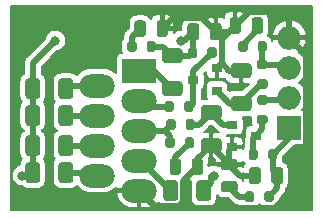
<source format=gbr>
%TF.GenerationSoftware,KiCad,Pcbnew,5.1.9-73d0e3b20d~88~ubuntu20.04.1*%
%TF.CreationDate,2021-02-19T15:41:20+03:00*%
%TF.ProjectId,DB9toUART,44423974-6f55-4415-9254-2e6b69636164,rev?*%
%TF.SameCoordinates,Original*%
%TF.FileFunction,Copper,L1,Top*%
%TF.FilePolarity,Positive*%
%FSLAX46Y46*%
G04 Gerber Fmt 4.6, Leading zero omitted, Abs format (unit mm)*
G04 Created by KiCad (PCBNEW 5.1.9-73d0e3b20d~88~ubuntu20.04.1) date 2021-02-19 15:41:20*
%MOMM*%
%LPD*%
G01*
G04 APERTURE LIST*
%TA.AperFunction,SMDPad,CuDef*%
%ADD10R,0.900000X0.800000*%
%TD*%
%TA.AperFunction,ComponentPad*%
%ADD11O,2.000000X2.000000*%
%TD*%
%TA.AperFunction,ComponentPad*%
%ADD12R,2.000000X2.000000*%
%TD*%
%TA.AperFunction,SMDPad,CuDef*%
%ADD13O,3.000000X2.000000*%
%TD*%
%TA.AperFunction,SMDPad,CuDef*%
%ADD14R,3.000000X2.000000*%
%TD*%
%TA.AperFunction,ViaPad*%
%ADD15C,0.800000*%
%TD*%
%TA.AperFunction,Conductor*%
%ADD16C,0.500000*%
%TD*%
%TA.AperFunction,Conductor*%
%ADD17C,0.200000*%
%TD*%
%TA.AperFunction,Conductor*%
%ADD18C,0.100000*%
%TD*%
G04 APERTURE END LIST*
%TO.P,R10,2*%
%TO.N,Net-(D12-Pad2)*%
%TA.AperFunction,SMDPad,CuDef*%
G36*
G01*
X103461000Y-99801000D02*
X103461000Y-100351000D01*
G75*
G02*
X103261000Y-100551000I-200000J0D01*
G01*
X102861000Y-100551000D01*
G75*
G02*
X102661000Y-100351000I0J200000D01*
G01*
X102661000Y-99801000D01*
G75*
G02*
X102861000Y-99601000I200000J0D01*
G01*
X103261000Y-99601000D01*
G75*
G02*
X103461000Y-99801000I0J-200000D01*
G01*
G37*
%TD.AperFunction*%
%TO.P,R10,1*%
%TO.N,Net-(C2-Pad1)*%
%TA.AperFunction,SMDPad,CuDef*%
G36*
G01*
X105111000Y-99801000D02*
X105111000Y-100351000D01*
G75*
G02*
X104911000Y-100551000I-200000J0D01*
G01*
X104511000Y-100551000D01*
G75*
G02*
X104311000Y-100351000I0J200000D01*
G01*
X104311000Y-99801000D01*
G75*
G02*
X104511000Y-99601000I200000J0D01*
G01*
X104911000Y-99601000D01*
G75*
G02*
X105111000Y-99801000I0J-200000D01*
G01*
G37*
%TD.AperFunction*%
%TD*%
%TO.P,R9,2*%
%TO.N,Net-(Q2-Pad3)*%
%TA.AperFunction,SMDPad,CuDef*%
G36*
G01*
X103865000Y-93135000D02*
X104415000Y-93135000D01*
G75*
G02*
X104615000Y-93335000I0J-200000D01*
G01*
X104615000Y-93735000D01*
G75*
G02*
X104415000Y-93935000I-200000J0D01*
G01*
X103865000Y-93935000D01*
G75*
G02*
X103665000Y-93735000I0J200000D01*
G01*
X103665000Y-93335000D01*
G75*
G02*
X103865000Y-93135000I200000J0D01*
G01*
G37*
%TD.AperFunction*%
%TO.P,R9,1*%
%TO.N,urx*%
%TA.AperFunction,SMDPad,CuDef*%
G36*
G01*
X103865000Y-91485000D02*
X104415000Y-91485000D01*
G75*
G02*
X104615000Y-91685000I0J-200000D01*
G01*
X104615000Y-92085000D01*
G75*
G02*
X104415000Y-92285000I-200000J0D01*
G01*
X103865000Y-92285000D01*
G75*
G02*
X103665000Y-92085000I0J200000D01*
G01*
X103665000Y-91685000D01*
G75*
G02*
X103865000Y-91485000I200000J0D01*
G01*
G37*
%TD.AperFunction*%
%TD*%
%TO.P,R8,2*%
%TO.N,utx*%
%TA.AperFunction,SMDPad,CuDef*%
G36*
G01*
X104415000Y-89300000D02*
X103865000Y-89300000D01*
G75*
G02*
X103665000Y-89100000I0J200000D01*
G01*
X103665000Y-88700000D01*
G75*
G02*
X103865000Y-88500000I200000J0D01*
G01*
X104415000Y-88500000D01*
G75*
G02*
X104615000Y-88700000I0J-200000D01*
G01*
X104615000Y-89100000D01*
G75*
G02*
X104415000Y-89300000I-200000J0D01*
G01*
G37*
%TD.AperFunction*%
%TO.P,R8,1*%
%TO.N,Net-(D10-Pad1)*%
%TA.AperFunction,SMDPad,CuDef*%
G36*
G01*
X104415000Y-90950000D02*
X103865000Y-90950000D01*
G75*
G02*
X103665000Y-90750000I0J200000D01*
G01*
X103665000Y-90350000D01*
G75*
G02*
X103865000Y-90150000I200000J0D01*
G01*
X104415000Y-90150000D01*
G75*
G02*
X104615000Y-90350000I0J-200000D01*
G01*
X104615000Y-90750000D01*
G75*
G02*
X104415000Y-90950000I-200000J0D01*
G01*
G37*
%TD.AperFunction*%
%TD*%
%TO.P,R7,2*%
%TO.N,Net-(D11-Pad1)*%
%TA.AperFunction,SMDPad,CuDef*%
G36*
G01*
X102890000Y-87101000D02*
X102890000Y-87651000D01*
G75*
G02*
X102690000Y-87851000I-200000J0D01*
G01*
X102290000Y-87851000D01*
G75*
G02*
X102090000Y-87651000I0J200000D01*
G01*
X102090000Y-87101000D01*
G75*
G02*
X102290000Y-86901000I200000J0D01*
G01*
X102690000Y-86901000D01*
G75*
G02*
X102890000Y-87101000I0J-200000D01*
G01*
G37*
%TD.AperFunction*%
%TO.P,R7,1*%
%TO.N,utx*%
%TA.AperFunction,SMDPad,CuDef*%
G36*
G01*
X104540000Y-87101000D02*
X104540000Y-87651000D01*
G75*
G02*
X104340000Y-87851000I-200000J0D01*
G01*
X103940000Y-87851000D01*
G75*
G02*
X103740000Y-87651000I0J200000D01*
G01*
X103740000Y-87101000D01*
G75*
G02*
X103940000Y-86901000I200000J0D01*
G01*
X104340000Y-86901000D01*
G75*
G02*
X104540000Y-87101000I0J-200000D01*
G01*
G37*
%TD.AperFunction*%
%TD*%
%TO.P,R6,2*%
%TO.N,Net-(Q2-Pad3)*%
%TA.AperFunction,SMDPad,CuDef*%
G36*
G01*
X103778000Y-96245000D02*
X103778000Y-96795000D01*
G75*
G02*
X103578000Y-96995000I-200000J0D01*
G01*
X103178000Y-96995000D01*
G75*
G02*
X102978000Y-96795000I0J200000D01*
G01*
X102978000Y-96245000D01*
G75*
G02*
X103178000Y-96045000I200000J0D01*
G01*
X103578000Y-96045000D01*
G75*
G02*
X103778000Y-96245000I0J-200000D01*
G01*
G37*
%TD.AperFunction*%
%TO.P,R6,1*%
%TO.N,Net-(C2-Pad1)*%
%TA.AperFunction,SMDPad,CuDef*%
G36*
G01*
X105428000Y-96245000D02*
X105428000Y-96795000D01*
G75*
G02*
X105228000Y-96995000I-200000J0D01*
G01*
X104828000Y-96995000D01*
G75*
G02*
X104628000Y-96795000I0J200000D01*
G01*
X104628000Y-96245000D01*
G75*
G02*
X104828000Y-96045000I200000J0D01*
G01*
X105228000Y-96045000D01*
G75*
G02*
X105428000Y-96245000I0J-200000D01*
G01*
G37*
%TD.AperFunction*%
%TD*%
%TO.P,R5,2*%
%TO.N,Net-(Q1-Pad3)*%
%TA.AperFunction,SMDPad,CuDef*%
G36*
G01*
X99485000Y-88159000D02*
X99485000Y-87609000D01*
G75*
G02*
X99685000Y-87409000I200000J0D01*
G01*
X100085000Y-87409000D01*
G75*
G02*
X100285000Y-87609000I0J-200000D01*
G01*
X100285000Y-88159000D01*
G75*
G02*
X100085000Y-88359000I-200000J0D01*
G01*
X99685000Y-88359000D01*
G75*
G02*
X99485000Y-88159000I0J200000D01*
G01*
G37*
%TD.AperFunction*%
%TO.P,R5,1*%
%TO.N,+12VA*%
%TA.AperFunction,SMDPad,CuDef*%
G36*
G01*
X97835000Y-88159000D02*
X97835000Y-87609000D01*
G75*
G02*
X98035000Y-87409000I200000J0D01*
G01*
X98435000Y-87409000D01*
G75*
G02*
X98635000Y-87609000I0J-200000D01*
G01*
X98635000Y-88159000D01*
G75*
G02*
X98435000Y-88359000I-200000J0D01*
G01*
X98035000Y-88359000D01*
G75*
G02*
X97835000Y-88159000I0J200000D01*
G01*
G37*
%TD.AperFunction*%
%TD*%
%TO.P,R4,2*%
%TO.N,Net-(D8-Pad2)*%
%TA.AperFunction,SMDPad,CuDef*%
G36*
G01*
X97580000Y-95779000D02*
X97580000Y-95229000D01*
G75*
G02*
X97780000Y-95029000I200000J0D01*
G01*
X98180000Y-95029000D01*
G75*
G02*
X98380000Y-95229000I0J-200000D01*
G01*
X98380000Y-95779000D01*
G75*
G02*
X98180000Y-95979000I-200000J0D01*
G01*
X97780000Y-95979000D01*
G75*
G02*
X97580000Y-95779000I0J200000D01*
G01*
G37*
%TD.AperFunction*%
%TO.P,R4,1*%
%TO.N,TX*%
%TA.AperFunction,SMDPad,CuDef*%
G36*
G01*
X95930000Y-95779000D02*
X95930000Y-95229000D01*
G75*
G02*
X96130000Y-95029000I200000J0D01*
G01*
X96530000Y-95029000D01*
G75*
G02*
X96730000Y-95229000I0J-200000D01*
G01*
X96730000Y-95779000D01*
G75*
G02*
X96530000Y-95979000I-200000J0D01*
G01*
X96130000Y-95979000D01*
G75*
G02*
X95930000Y-95779000I0J200000D01*
G01*
G37*
%TD.AperFunction*%
%TD*%
%TO.P,R3,2*%
%TO.N,TX*%
%TA.AperFunction,SMDPad,CuDef*%
G36*
G01*
X96794000Y-93705000D02*
X96794000Y-94255000D01*
G75*
G02*
X96594000Y-94455000I-200000J0D01*
G01*
X96194000Y-94455000D01*
G75*
G02*
X95994000Y-94255000I0J200000D01*
G01*
X95994000Y-93705000D01*
G75*
G02*
X96194000Y-93505000I200000J0D01*
G01*
X96594000Y-93505000D01*
G75*
G02*
X96794000Y-93705000I0J-200000D01*
G01*
G37*
%TD.AperFunction*%
%TO.P,R3,1*%
%TO.N,Net-(D9-Pad1)*%
%TA.AperFunction,SMDPad,CuDef*%
G36*
G01*
X98444000Y-93705000D02*
X98444000Y-94255000D01*
G75*
G02*
X98244000Y-94455000I-200000J0D01*
G01*
X97844000Y-94455000D01*
G75*
G02*
X97644000Y-94255000I0J200000D01*
G01*
X97644000Y-93705000D01*
G75*
G02*
X97844000Y-93505000I200000J0D01*
G01*
X98244000Y-93505000D01*
G75*
G02*
X98444000Y-93705000I0J-200000D01*
G01*
G37*
%TD.AperFunction*%
%TD*%
%TO.P,R2,2*%
%TO.N,Net-(Q1-Pad3)*%
%TA.AperFunction,SMDPad,CuDef*%
G36*
G01*
X97516000Y-92731000D02*
X97516000Y-92181000D01*
G75*
G02*
X97716000Y-91981000I200000J0D01*
G01*
X98116000Y-91981000D01*
G75*
G02*
X98316000Y-92181000I0J-200000D01*
G01*
X98316000Y-92731000D01*
G75*
G02*
X98116000Y-92931000I-200000J0D01*
G01*
X97716000Y-92931000D01*
G75*
G02*
X97516000Y-92731000I0J200000D01*
G01*
G37*
%TD.AperFunction*%
%TO.P,R2,1*%
%TO.N,RX*%
%TA.AperFunction,SMDPad,CuDef*%
G36*
G01*
X95866000Y-92731000D02*
X95866000Y-92181000D01*
G75*
G02*
X96066000Y-91981000I200000J0D01*
G01*
X96466000Y-91981000D01*
G75*
G02*
X96666000Y-92181000I0J-200000D01*
G01*
X96666000Y-92731000D01*
G75*
G02*
X96466000Y-92931000I-200000J0D01*
G01*
X96066000Y-92931000D01*
G75*
G02*
X95866000Y-92731000I0J200000D01*
G01*
G37*
%TD.AperFunction*%
%TD*%
%TO.P,R1,2*%
%TO.N,Net-(D7-Pad2)*%
%TA.AperFunction,SMDPad,CuDef*%
G36*
G01*
X93492000Y-87101000D02*
X93492000Y-87651000D01*
G75*
G02*
X93292000Y-87851000I-200000J0D01*
G01*
X92892000Y-87851000D01*
G75*
G02*
X92692000Y-87651000I0J200000D01*
G01*
X92692000Y-87101000D01*
G75*
G02*
X92892000Y-86901000I200000J0D01*
G01*
X93292000Y-86901000D01*
G75*
G02*
X93492000Y-87101000I0J-200000D01*
G01*
G37*
%TD.AperFunction*%
%TO.P,R1,1*%
%TO.N,+12VA*%
%TA.AperFunction,SMDPad,CuDef*%
G36*
G01*
X95142000Y-87101000D02*
X95142000Y-87651000D01*
G75*
G02*
X94942000Y-87851000I-200000J0D01*
G01*
X94542000Y-87851000D01*
G75*
G02*
X94342000Y-87651000I0J200000D01*
G01*
X94342000Y-87101000D01*
G75*
G02*
X94542000Y-86901000I200000J0D01*
G01*
X94942000Y-86901000D01*
G75*
G02*
X95142000Y-87101000I0J-200000D01*
G01*
G37*
%TD.AperFunction*%
%TD*%
D10*
%TO.P,Q2,3*%
%TO.N,Net-(Q2-Pad3)*%
X103600000Y-94930000D03*
%TO.P,Q2,2*%
%TO.N,GNDD*%
X101600000Y-95880000D03*
%TO.P,Q2,1*%
%TO.N,Net-(D9-Pad1)*%
X101600000Y-93980000D03*
%TD*%
%TO.P,Q1,3*%
%TO.N,Net-(Q1-Pad3)*%
X98298000Y-90170000D03*
%TO.P,Q1,2*%
%TO.N,GNDD*%
X100298000Y-89220000D03*
%TO.P,Q1,1*%
%TO.N,Net-(D10-Pad1)*%
X100298000Y-91120000D03*
%TD*%
D11*
%TO.P,J3,4*%
%TO.N,GNDD*%
X106426000Y-86614000D03*
%TO.P,J3,3*%
%TO.N,utx*%
X106426000Y-89154000D03*
%TO.P,J3,2*%
%TO.N,urx*%
X106426000Y-91694000D03*
D12*
%TO.P,J3,1*%
%TO.N,Net-(C2-Pad1)*%
X106426000Y-94234000D03*
%TD*%
D13*
%TO.P,J2,5*%
%TO.N,GNDD*%
X93726000Y-99568000D03*
%TO.P,J2,4*%
%TO.N,Net-(D5-Pad2)*%
X93726000Y-97028000D03*
%TO.P,J2,3*%
%TO.N,TX*%
X93726000Y-94488000D03*
%TO.P,J2,2*%
%TO.N,RX*%
X93726000Y-91948000D03*
D14*
%TO.P,J2,1*%
%TO.N,Net-(D6-Pad2)*%
X93726000Y-89408000D03*
%TD*%
D13*
%TO.P,J1,4*%
%TO.N,Net-(D1-Pad2)*%
X90170000Y-98298000D03*
%TO.P,J1,3*%
%TO.N,Net-(D2-Pad2)*%
X90170000Y-95758000D03*
%TO.P,J1,2*%
%TO.N,Net-(D3-Pad2)*%
X90170000Y-93218000D03*
%TO.P,J1,1*%
%TO.N,Net-(D4-Pad2)*%
X90170000Y-90678000D03*
%TD*%
%TO.P,D12,2*%
%TO.N,Net-(D12-Pad2)*%
%TA.AperFunction,SMDPad,CuDef*%
G36*
G01*
X100889750Y-98748000D02*
X101802250Y-98748000D01*
G75*
G02*
X102046000Y-98991750I0J-243750D01*
G01*
X102046000Y-99479250D01*
G75*
G02*
X101802250Y-99723000I-243750J0D01*
G01*
X100889750Y-99723000D01*
G75*
G02*
X100646000Y-99479250I0J243750D01*
G01*
X100646000Y-98991750D01*
G75*
G02*
X100889750Y-98748000I243750J0D01*
G01*
G37*
%TD.AperFunction*%
%TO.P,D12,1*%
%TO.N,GNDD*%
%TA.AperFunction,SMDPad,CuDef*%
G36*
G01*
X100889750Y-96873000D02*
X101802250Y-96873000D01*
G75*
G02*
X102046000Y-97116750I0J-243750D01*
G01*
X102046000Y-97604250D01*
G75*
G02*
X101802250Y-97848000I-243750J0D01*
G01*
X100889750Y-97848000D01*
G75*
G02*
X100646000Y-97604250I0J243750D01*
G01*
X100646000Y-97116750D01*
G75*
G02*
X100889750Y-96873000I243750J0D01*
G01*
G37*
%TD.AperFunction*%
%TD*%
%TO.P,D11,2*%
%TO.N,GNDD*%
%TA.AperFunction,SMDPad,CuDef*%
G36*
G01*
X102341500Y-85141750D02*
X102341500Y-86054250D01*
G75*
G02*
X102097750Y-86298000I-243750J0D01*
G01*
X101610250Y-86298000D01*
G75*
G02*
X101366500Y-86054250I0J243750D01*
G01*
X101366500Y-85141750D01*
G75*
G02*
X101610250Y-84898000I243750J0D01*
G01*
X102097750Y-84898000D01*
G75*
G02*
X102341500Y-85141750I0J-243750D01*
G01*
G37*
%TD.AperFunction*%
%TO.P,D11,1*%
%TO.N,Net-(D11-Pad1)*%
%TA.AperFunction,SMDPad,CuDef*%
G36*
G01*
X104216500Y-85141750D02*
X104216500Y-86054250D01*
G75*
G02*
X103972750Y-86298000I-243750J0D01*
G01*
X103485250Y-86298000D01*
G75*
G02*
X103241500Y-86054250I0J243750D01*
G01*
X103241500Y-85141750D01*
G75*
G02*
X103485250Y-84898000I243750J0D01*
G01*
X103972750Y-84898000D01*
G75*
G02*
X104216500Y-85141750I0J-243750D01*
G01*
G37*
%TD.AperFunction*%
%TD*%
%TO.P,D10,2*%
%TO.N,GNDD*%
%TA.AperFunction,SMDPad,CuDef*%
G36*
G01*
X102987000Y-90027000D02*
X101737000Y-90027000D01*
G75*
G02*
X101487000Y-89777000I0J250000D01*
G01*
X101487000Y-89027000D01*
G75*
G02*
X101737000Y-88777000I250000J0D01*
G01*
X102987000Y-88777000D01*
G75*
G02*
X103237000Y-89027000I0J-250000D01*
G01*
X103237000Y-89777000D01*
G75*
G02*
X102987000Y-90027000I-250000J0D01*
G01*
G37*
%TD.AperFunction*%
%TO.P,D10,1*%
%TO.N,Net-(D10-Pad1)*%
%TA.AperFunction,SMDPad,CuDef*%
G36*
G01*
X102987000Y-92827000D02*
X101737000Y-92827000D01*
G75*
G02*
X101487000Y-92577000I0J250000D01*
G01*
X101487000Y-91827000D01*
G75*
G02*
X101737000Y-91577000I250000J0D01*
G01*
X102987000Y-91577000D01*
G75*
G02*
X103237000Y-91827000I0J-250000D01*
G01*
X103237000Y-92577000D01*
G75*
G02*
X102987000Y-92827000I-250000J0D01*
G01*
G37*
%TD.AperFunction*%
%TD*%
%TO.P,D9,2*%
%TO.N,GNDD*%
%TA.AperFunction,SMDPad,CuDef*%
G36*
G01*
X99197000Y-95133000D02*
X100447000Y-95133000D01*
G75*
G02*
X100697000Y-95383000I0J-250000D01*
G01*
X100697000Y-96133000D01*
G75*
G02*
X100447000Y-96383000I-250000J0D01*
G01*
X99197000Y-96383000D01*
G75*
G02*
X98947000Y-96133000I0J250000D01*
G01*
X98947000Y-95383000D01*
G75*
G02*
X99197000Y-95133000I250000J0D01*
G01*
G37*
%TD.AperFunction*%
%TO.P,D9,1*%
%TO.N,Net-(D9-Pad1)*%
%TA.AperFunction,SMDPad,CuDef*%
G36*
G01*
X99197000Y-92333000D02*
X100447000Y-92333000D01*
G75*
G02*
X100697000Y-92583000I0J-250000D01*
G01*
X100697000Y-93333000D01*
G75*
G02*
X100447000Y-93583000I-250000J0D01*
G01*
X99197000Y-93583000D01*
G75*
G02*
X98947000Y-93333000I0J250000D01*
G01*
X98947000Y-92583000D01*
G75*
G02*
X99197000Y-92333000I250000J0D01*
G01*
G37*
%TD.AperFunction*%
%TD*%
%TO.P,D8,2*%
%TO.N,Net-(D8-Pad2)*%
%TA.AperFunction,SMDPad,CuDef*%
G36*
G01*
X97261500Y-97079750D02*
X97261500Y-97992250D01*
G75*
G02*
X97017750Y-98236000I-243750J0D01*
G01*
X96530250Y-98236000D01*
G75*
G02*
X96286500Y-97992250I0J243750D01*
G01*
X96286500Y-97079750D01*
G75*
G02*
X96530250Y-96836000I243750J0D01*
G01*
X97017750Y-96836000D01*
G75*
G02*
X97261500Y-97079750I0J-243750D01*
G01*
G37*
%TD.AperFunction*%
%TO.P,D8,1*%
%TO.N,GNDD*%
%TA.AperFunction,SMDPad,CuDef*%
G36*
G01*
X99136500Y-97079750D02*
X99136500Y-97992250D01*
G75*
G02*
X98892750Y-98236000I-243750J0D01*
G01*
X98405250Y-98236000D01*
G75*
G02*
X98161500Y-97992250I0J243750D01*
G01*
X98161500Y-97079750D01*
G75*
G02*
X98405250Y-96836000I243750J0D01*
G01*
X98892750Y-96836000D01*
G75*
G02*
X99136500Y-97079750I0J-243750D01*
G01*
G37*
%TD.AperFunction*%
%TD*%
%TO.P,D7,2*%
%TO.N,Net-(D7-Pad2)*%
%TA.AperFunction,SMDPad,CuDef*%
G36*
G01*
X94292000Y-85395750D02*
X94292000Y-86308250D01*
G75*
G02*
X94048250Y-86552000I-243750J0D01*
G01*
X93560750Y-86552000D01*
G75*
G02*
X93317000Y-86308250I0J243750D01*
G01*
X93317000Y-85395750D01*
G75*
G02*
X93560750Y-85152000I243750J0D01*
G01*
X94048250Y-85152000D01*
G75*
G02*
X94292000Y-85395750I0J-243750D01*
G01*
G37*
%TD.AperFunction*%
%TO.P,D7,1*%
%TO.N,GNDD*%
%TA.AperFunction,SMDPad,CuDef*%
G36*
G01*
X96167000Y-85395750D02*
X96167000Y-86308250D01*
G75*
G02*
X95923250Y-86552000I-243750J0D01*
G01*
X95435750Y-86552000D01*
G75*
G02*
X95192000Y-86308250I0J243750D01*
G01*
X95192000Y-85395750D01*
G75*
G02*
X95435750Y-85152000I243750J0D01*
G01*
X95923250Y-85152000D01*
G75*
G02*
X96167000Y-85395750I0J-243750D01*
G01*
G37*
%TD.AperFunction*%
%TD*%
%TO.P,D6,2*%
%TO.N,Net-(D6-Pad2)*%
%TA.AperFunction,SMDPad,CuDef*%
G36*
G01*
X95895000Y-90307000D02*
X97145000Y-90307000D01*
G75*
G02*
X97395000Y-90557000I0J-250000D01*
G01*
X97395000Y-91307000D01*
G75*
G02*
X97145000Y-91557000I-250000J0D01*
G01*
X95895000Y-91557000D01*
G75*
G02*
X95645000Y-91307000I0J250000D01*
G01*
X95645000Y-90557000D01*
G75*
G02*
X95895000Y-90307000I250000J0D01*
G01*
G37*
%TD.AperFunction*%
%TO.P,D6,1*%
%TO.N,+12VA*%
%TA.AperFunction,SMDPad,CuDef*%
G36*
G01*
X95895000Y-87507000D02*
X97145000Y-87507000D01*
G75*
G02*
X97395000Y-87757000I0J-250000D01*
G01*
X97395000Y-88507000D01*
G75*
G02*
X97145000Y-88757000I-250000J0D01*
G01*
X95895000Y-88757000D01*
G75*
G02*
X95645000Y-88507000I0J250000D01*
G01*
X95645000Y-87757000D01*
G75*
G02*
X95895000Y-87507000I250000J0D01*
G01*
G37*
%TD.AperFunction*%
%TD*%
%TO.P,D5,2*%
%TO.N,Net-(D5-Pad2)*%
%TA.AperFunction,SMDPad,CuDef*%
G36*
G01*
X97015000Y-98943000D02*
X97015000Y-100193000D01*
G75*
G02*
X96765000Y-100443000I-250000J0D01*
G01*
X96015000Y-100443000D01*
G75*
G02*
X95765000Y-100193000I0J250000D01*
G01*
X95765000Y-98943000D01*
G75*
G02*
X96015000Y-98693000I250000J0D01*
G01*
X96765000Y-98693000D01*
G75*
G02*
X97015000Y-98943000I0J-250000D01*
G01*
G37*
%TD.AperFunction*%
%TO.P,D5,1*%
%TO.N,+12VA*%
%TA.AperFunction,SMDPad,CuDef*%
G36*
G01*
X99815000Y-98943000D02*
X99815000Y-100193000D01*
G75*
G02*
X99565000Y-100443000I-250000J0D01*
G01*
X98815000Y-100443000D01*
G75*
G02*
X98565000Y-100193000I0J250000D01*
G01*
X98565000Y-98943000D01*
G75*
G02*
X98815000Y-98693000I250000J0D01*
G01*
X99565000Y-98693000D01*
G75*
G02*
X99815000Y-98943000I0J-250000D01*
G01*
G37*
%TD.AperFunction*%
%TD*%
%TO.P,D4,2*%
%TO.N,Net-(D4-Pad2)*%
%TA.AperFunction,SMDPad,CuDef*%
G36*
G01*
X86881000Y-91557000D02*
X86881000Y-90307000D01*
G75*
G02*
X87131000Y-90057000I250000J0D01*
G01*
X87881000Y-90057000D01*
G75*
G02*
X88131000Y-90307000I0J-250000D01*
G01*
X88131000Y-91557000D01*
G75*
G02*
X87881000Y-91807000I-250000J0D01*
G01*
X87131000Y-91807000D01*
G75*
G02*
X86881000Y-91557000I0J250000D01*
G01*
G37*
%TD.AperFunction*%
%TO.P,D4,1*%
%TO.N,+12VA*%
%TA.AperFunction,SMDPad,CuDef*%
G36*
G01*
X84081000Y-91557000D02*
X84081000Y-90307000D01*
G75*
G02*
X84331000Y-90057000I250000J0D01*
G01*
X85081000Y-90057000D01*
G75*
G02*
X85331000Y-90307000I0J-250000D01*
G01*
X85331000Y-91557000D01*
G75*
G02*
X85081000Y-91807000I-250000J0D01*
G01*
X84331000Y-91807000D01*
G75*
G02*
X84081000Y-91557000I0J250000D01*
G01*
G37*
%TD.AperFunction*%
%TD*%
%TO.P,D3,2*%
%TO.N,Net-(D3-Pad2)*%
%TA.AperFunction,SMDPad,CuDef*%
G36*
G01*
X86881000Y-93843000D02*
X86881000Y-92593000D01*
G75*
G02*
X87131000Y-92343000I250000J0D01*
G01*
X87881000Y-92343000D01*
G75*
G02*
X88131000Y-92593000I0J-250000D01*
G01*
X88131000Y-93843000D01*
G75*
G02*
X87881000Y-94093000I-250000J0D01*
G01*
X87131000Y-94093000D01*
G75*
G02*
X86881000Y-93843000I0J250000D01*
G01*
G37*
%TD.AperFunction*%
%TO.P,D3,1*%
%TO.N,+12VA*%
%TA.AperFunction,SMDPad,CuDef*%
G36*
G01*
X84081000Y-93843000D02*
X84081000Y-92593000D01*
G75*
G02*
X84331000Y-92343000I250000J0D01*
G01*
X85081000Y-92343000D01*
G75*
G02*
X85331000Y-92593000I0J-250000D01*
G01*
X85331000Y-93843000D01*
G75*
G02*
X85081000Y-94093000I-250000J0D01*
G01*
X84331000Y-94093000D01*
G75*
G02*
X84081000Y-93843000I0J250000D01*
G01*
G37*
%TD.AperFunction*%
%TD*%
%TO.P,D2,2*%
%TO.N,Net-(D2-Pad2)*%
%TA.AperFunction,SMDPad,CuDef*%
G36*
G01*
X86881000Y-96383000D02*
X86881000Y-95133000D01*
G75*
G02*
X87131000Y-94883000I250000J0D01*
G01*
X87881000Y-94883000D01*
G75*
G02*
X88131000Y-95133000I0J-250000D01*
G01*
X88131000Y-96383000D01*
G75*
G02*
X87881000Y-96633000I-250000J0D01*
G01*
X87131000Y-96633000D01*
G75*
G02*
X86881000Y-96383000I0J250000D01*
G01*
G37*
%TD.AperFunction*%
%TO.P,D2,1*%
%TO.N,+12VA*%
%TA.AperFunction,SMDPad,CuDef*%
G36*
G01*
X84081000Y-96383000D02*
X84081000Y-95133000D01*
G75*
G02*
X84331000Y-94883000I250000J0D01*
G01*
X85081000Y-94883000D01*
G75*
G02*
X85331000Y-95133000I0J-250000D01*
G01*
X85331000Y-96383000D01*
G75*
G02*
X85081000Y-96633000I-250000J0D01*
G01*
X84331000Y-96633000D01*
G75*
G02*
X84081000Y-96383000I0J250000D01*
G01*
G37*
%TD.AperFunction*%
%TD*%
%TO.P,D1,2*%
%TO.N,Net-(D1-Pad2)*%
%TA.AperFunction,SMDPad,CuDef*%
G36*
G01*
X86881000Y-98669000D02*
X86881000Y-97419000D01*
G75*
G02*
X87131000Y-97169000I250000J0D01*
G01*
X87881000Y-97169000D01*
G75*
G02*
X88131000Y-97419000I0J-250000D01*
G01*
X88131000Y-98669000D01*
G75*
G02*
X87881000Y-98919000I-250000J0D01*
G01*
X87131000Y-98919000D01*
G75*
G02*
X86881000Y-98669000I0J250000D01*
G01*
G37*
%TD.AperFunction*%
%TO.P,D1,1*%
%TO.N,+12VA*%
%TA.AperFunction,SMDPad,CuDef*%
G36*
G01*
X84081000Y-98669000D02*
X84081000Y-97419000D01*
G75*
G02*
X84331000Y-97169000I250000J0D01*
G01*
X85081000Y-97169000D01*
G75*
G02*
X85331000Y-97419000I0J-250000D01*
G01*
X85331000Y-98669000D01*
G75*
G02*
X85081000Y-98919000I-250000J0D01*
G01*
X84331000Y-98919000D01*
G75*
G02*
X84081000Y-98669000I0J250000D01*
G01*
G37*
%TD.AperFunction*%
%TD*%
%TO.P,C2,2*%
%TO.N,GNDD*%
%TA.AperFunction,SMDPad,CuDef*%
G36*
G01*
X104010000Y-97823000D02*
X104010000Y-98773000D01*
G75*
G02*
X103760000Y-99023000I-250000J0D01*
G01*
X103260000Y-99023000D01*
G75*
G02*
X103010000Y-98773000I0J250000D01*
G01*
X103010000Y-97823000D01*
G75*
G02*
X103260000Y-97573000I250000J0D01*
G01*
X103760000Y-97573000D01*
G75*
G02*
X104010000Y-97823000I0J-250000D01*
G01*
G37*
%TD.AperFunction*%
%TO.P,C2,1*%
%TO.N,Net-(C2-Pad1)*%
%TA.AperFunction,SMDPad,CuDef*%
G36*
G01*
X105910000Y-97823000D02*
X105910000Y-98773000D01*
G75*
G02*
X105660000Y-99023000I-250000J0D01*
G01*
X105160000Y-99023000D01*
G75*
G02*
X104910000Y-98773000I0J250000D01*
G01*
X104910000Y-97823000D01*
G75*
G02*
X105160000Y-97573000I250000J0D01*
G01*
X105660000Y-97573000D01*
G75*
G02*
X105910000Y-97823000I0J-250000D01*
G01*
G37*
%TD.AperFunction*%
%TD*%
%TO.P,C1,2*%
%TO.N,GNDD*%
%TA.AperFunction,SMDPad,CuDef*%
G36*
G01*
X99698000Y-86581000D02*
X99698000Y-85631000D01*
G75*
G02*
X99948000Y-85381000I250000J0D01*
G01*
X100448000Y-85381000D01*
G75*
G02*
X100698000Y-85631000I0J-250000D01*
G01*
X100698000Y-86581000D01*
G75*
G02*
X100448000Y-86831000I-250000J0D01*
G01*
X99948000Y-86831000D01*
G75*
G02*
X99698000Y-86581000I0J250000D01*
G01*
G37*
%TD.AperFunction*%
%TO.P,C1,1*%
%TO.N,+12VA*%
%TA.AperFunction,SMDPad,CuDef*%
G36*
G01*
X97798000Y-86581000D02*
X97798000Y-85631000D01*
G75*
G02*
X98048000Y-85381000I250000J0D01*
G01*
X98548000Y-85381000D01*
G75*
G02*
X98798000Y-85631000I0J-250000D01*
G01*
X98798000Y-86581000D01*
G75*
G02*
X98548000Y-86831000I-250000J0D01*
G01*
X98048000Y-86831000D01*
G75*
G02*
X97798000Y-86581000I0J250000D01*
G01*
G37*
%TD.AperFunction*%
%TD*%
D15*
%TO.N,+12VA*%
X86614000Y-86868000D03*
%TO.N,*%
X83820000Y-98298000D03*
%TO.N,+12VA*%
X100076000Y-98298000D03*
X86614000Y-86868000D03*
X97282000Y-86868000D03*
%TD*%
D16*
%TO.N,GNDD*%
X96600510Y-84930990D02*
X95679500Y-85852000D01*
X99022990Y-84930990D02*
X96600510Y-84930990D01*
X100198000Y-86106000D02*
X99022990Y-84930990D01*
X101346000Y-86106000D02*
X101854000Y-85598000D01*
X100198000Y-86106000D02*
X101346000Y-86106000D01*
X100735010Y-88782990D02*
X100298000Y-89220000D01*
X100735010Y-86716990D02*
X100735010Y-88782990D01*
X101854000Y-85598000D02*
X100735010Y-86716990D01*
X101354020Y-89402000D02*
X100735010Y-88782990D01*
X102362000Y-89402000D02*
X101354020Y-89402000D01*
X103004010Y-84447990D02*
X101854000Y-85598000D01*
X105674203Y-84447990D02*
X103004010Y-84447990D01*
X106426000Y-85199787D02*
X105674203Y-84447990D01*
X106426000Y-86614000D02*
X106426000Y-85199787D01*
X102283500Y-98298000D02*
X101346000Y-97360500D01*
X103510000Y-98298000D02*
X102283500Y-98298000D01*
X101346000Y-96134000D02*
X101600000Y-95880000D01*
X101346000Y-97360500D02*
X101346000Y-96134000D01*
X101346000Y-97282000D02*
X99822000Y-95758000D01*
X101346000Y-97360500D02*
X101346000Y-97282000D01*
X98649000Y-96931000D02*
X99822000Y-95758000D01*
X98649000Y-97536000D02*
X98649000Y-96931000D01*
X97054956Y-100893010D02*
X95051010Y-100893010D01*
X95051010Y-100893010D02*
X93726000Y-99568000D01*
X97465010Y-100482956D02*
X97054956Y-100893010D01*
X97465010Y-98719990D02*
X97465010Y-100482956D01*
X98649000Y-97536000D02*
X97465010Y-98719990D01*
X107876001Y-88064001D02*
X106426000Y-86614000D01*
X107876001Y-98305253D02*
X107876001Y-88064001D01*
X105180244Y-101001010D02*
X107876001Y-98305253D01*
X95159010Y-101001010D02*
X105180244Y-101001010D01*
X93726000Y-99568000D02*
X95159010Y-101001010D01*
%TO.N,+12VA*%
X95764000Y-87376000D02*
X96520000Y-88132000D01*
X94742000Y-87376000D02*
X95764000Y-87376000D01*
X97987000Y-88132000D02*
X98235000Y-87884000D01*
X96520000Y-88132000D02*
X97987000Y-88132000D01*
X98298000Y-87821000D02*
X98235000Y-87884000D01*
X98298000Y-86106000D02*
X98298000Y-87821000D01*
X97536000Y-86868000D02*
X98298000Y-86106000D01*
X97282000Y-86868000D02*
X97536000Y-86868000D01*
X84706000Y-88776000D02*
X86614000Y-86868000D01*
X84706000Y-98044000D02*
X84706000Y-88776000D01*
X99822000Y-98936000D02*
X99190000Y-99568000D01*
X99822000Y-98298000D02*
X99822000Y-98936000D01*
%TO.N,Net-(C2-Pad1)*%
X106426000Y-95122000D02*
X105028000Y-96520000D01*
X106426000Y-94234000D02*
X106426000Y-95122000D01*
X105028000Y-97916000D02*
X105410000Y-98298000D01*
X105028000Y-96520000D02*
X105028000Y-97916000D01*
X105410000Y-99377000D02*
X104711000Y-100076000D01*
X105410000Y-98298000D02*
X105410000Y-99377000D01*
%TO.N,Net-(D1-Pad2)*%
X89916000Y-98044000D02*
X90170000Y-98298000D01*
X87506000Y-98044000D02*
X89916000Y-98044000D01*
%TO.N,Net-(D2-Pad2)*%
X90170000Y-95758000D02*
X87506000Y-95758000D01*
%TO.N,Net-(D3-Pad2)*%
X87506000Y-93218000D02*
X90170000Y-93218000D01*
%TO.N,Net-(D4-Pad2)*%
X87760000Y-90678000D02*
X87506000Y-90932000D01*
X90170000Y-90678000D02*
X87760000Y-90678000D01*
%TO.N,Net-(D5-Pad2)*%
X93850000Y-97028000D02*
X93726000Y-97028000D01*
X96390000Y-99568000D02*
X93850000Y-97028000D01*
%TO.N,Net-(D6-Pad2)*%
X94996000Y-89408000D02*
X93726000Y-89408000D01*
X96520000Y-90932000D02*
X94996000Y-89408000D01*
%TO.N,Net-(D7-Pad2)*%
X93092000Y-86564500D02*
X93804500Y-85852000D01*
X93092000Y-87376000D02*
X93092000Y-86564500D01*
%TO.N,Net-(D8-Pad2)*%
X96774000Y-96710000D02*
X97980000Y-95504000D01*
X96774000Y-97536000D02*
X96774000Y-96710000D01*
%TO.N,Net-(D9-Pad1)*%
X98800000Y-93980000D02*
X99822000Y-92958000D01*
X98044000Y-93980000D02*
X98800000Y-93980000D01*
X100844000Y-93980000D02*
X99822000Y-92958000D01*
X101600000Y-93980000D02*
X100844000Y-93980000D01*
%TO.N,Net-(D10-Pad1)*%
X104014000Y-90550000D02*
X102362000Y-92202000D01*
X104140000Y-90550000D02*
X104014000Y-90550000D01*
X101380000Y-92202000D02*
X100298000Y-91120000D01*
X102362000Y-92202000D02*
X101380000Y-92202000D01*
%TO.N,Net-(D11-Pad1)*%
X102490000Y-87376000D02*
X102490000Y-87248000D01*
X103729000Y-86009000D02*
X103729000Y-85598000D01*
X102490000Y-87248000D02*
X103729000Y-86009000D01*
%TO.N,Net-(D12-Pad2)*%
X102186500Y-100076000D02*
X101346000Y-99235500D01*
X103061000Y-100076000D02*
X102186500Y-100076000D01*
%TO.N,TX*%
X95886000Y-94488000D02*
X96394000Y-93980000D01*
X93726000Y-94488000D02*
X95886000Y-94488000D01*
X96330000Y-94932000D02*
X95886000Y-94488000D01*
X96330000Y-95504000D02*
X96330000Y-94932000D01*
%TO.N,RX*%
X94234000Y-92456000D02*
X93726000Y-91948000D01*
X96266000Y-92456000D02*
X94234000Y-92456000D01*
%TO.N,utx*%
X104140000Y-87376000D02*
X104140000Y-88900000D01*
X106172000Y-88900000D02*
X106426000Y-89154000D01*
X104140000Y-88900000D02*
X106172000Y-88900000D01*
%TO.N,urx*%
X106235000Y-91885000D02*
X106426000Y-91694000D01*
X104140000Y-91885000D02*
X106235000Y-91885000D01*
%TO.N,Net-(Q1-Pad3)*%
X98298000Y-89471000D02*
X98298000Y-90170000D01*
X99885000Y-87884000D02*
X98298000Y-89471000D01*
X97916000Y-92456000D02*
X98044000Y-92456000D01*
X98298000Y-92202000D02*
X98298000Y-90170000D01*
X98044000Y-92456000D02*
X98298000Y-92202000D01*
%TO.N,Net-(Q2-Pad3)*%
X103378000Y-95152000D02*
X103600000Y-94930000D01*
X103378000Y-96520000D02*
X103378000Y-95152000D01*
X104140000Y-94390000D02*
X103600000Y-94930000D01*
X104140000Y-93535000D02*
X104140000Y-94390000D01*
%TD*%
D17*
%TO.N,GNDD*%
X108358000Y-101246000D02*
X82904000Y-101246000D01*
X82904000Y-99900899D01*
X91763407Y-99900899D01*
X91801913Y-100049637D01*
X91923239Y-100318208D01*
X92094630Y-100557949D01*
X92309498Y-100759647D01*
X92559587Y-100915551D01*
X92835286Y-101019669D01*
X93126000Y-101068000D01*
X93626000Y-101068000D01*
X93626000Y-99668000D01*
X91854641Y-99668000D01*
X91763407Y-99900899D01*
X82904000Y-99900899D01*
X82904000Y-98209358D01*
X82920000Y-98209358D01*
X82920000Y-98386642D01*
X82954586Y-98560520D01*
X83022430Y-98724310D01*
X83120924Y-98871717D01*
X83246283Y-98997076D01*
X83393690Y-99095570D01*
X83557480Y-99163414D01*
X83731358Y-99198000D01*
X83796463Y-99198000D01*
X83798959Y-99201041D01*
X83912978Y-99294614D01*
X84043062Y-99364145D01*
X84184210Y-99406961D01*
X84331000Y-99421419D01*
X85081000Y-99421419D01*
X85227790Y-99406961D01*
X85368938Y-99364145D01*
X85499022Y-99294614D01*
X85613041Y-99201041D01*
X85706614Y-99087022D01*
X85776145Y-98956938D01*
X85818961Y-98815790D01*
X85833419Y-98669000D01*
X85833419Y-97419000D01*
X85818961Y-97272210D01*
X85776145Y-97131062D01*
X85706614Y-97000978D01*
X85624564Y-96901000D01*
X85706614Y-96801022D01*
X85776145Y-96670938D01*
X85818961Y-96529790D01*
X85833419Y-96383000D01*
X85833419Y-95133000D01*
X85818961Y-94986210D01*
X85776145Y-94845062D01*
X85706614Y-94714978D01*
X85613041Y-94600959D01*
X85499022Y-94507386D01*
X85462753Y-94488000D01*
X85499022Y-94468614D01*
X85613041Y-94375041D01*
X85706614Y-94261022D01*
X85776145Y-94130938D01*
X85818961Y-93989790D01*
X85833419Y-93843000D01*
X85833419Y-92593000D01*
X85818961Y-92446210D01*
X85776145Y-92305062D01*
X85706614Y-92174978D01*
X85624564Y-92075000D01*
X85706614Y-91975022D01*
X85776145Y-91844938D01*
X85818961Y-91703790D01*
X85833419Y-91557000D01*
X85833419Y-90307000D01*
X86378581Y-90307000D01*
X86378581Y-91557000D01*
X86393039Y-91703790D01*
X86435855Y-91844938D01*
X86505386Y-91975022D01*
X86587436Y-92075000D01*
X86505386Y-92174978D01*
X86435855Y-92305062D01*
X86393039Y-92446210D01*
X86378581Y-92593000D01*
X86378581Y-93843000D01*
X86393039Y-93989790D01*
X86435855Y-94130938D01*
X86505386Y-94261022D01*
X86598959Y-94375041D01*
X86712978Y-94468614D01*
X86749247Y-94488000D01*
X86712978Y-94507386D01*
X86598959Y-94600959D01*
X86505386Y-94714978D01*
X86435855Y-94845062D01*
X86393039Y-94986210D01*
X86378581Y-95133000D01*
X86378581Y-96383000D01*
X86393039Y-96529790D01*
X86435855Y-96670938D01*
X86505386Y-96801022D01*
X86587436Y-96901000D01*
X86505386Y-97000978D01*
X86435855Y-97131062D01*
X86393039Y-97272210D01*
X86378581Y-97419000D01*
X86378581Y-98669000D01*
X86393039Y-98815790D01*
X86435855Y-98956938D01*
X86505386Y-99087022D01*
X86598959Y-99201041D01*
X86712978Y-99294614D01*
X86843062Y-99364145D01*
X86984210Y-99406961D01*
X87131000Y-99421419D01*
X87881000Y-99421419D01*
X88027790Y-99406961D01*
X88168938Y-99364145D01*
X88299022Y-99294614D01*
X88413041Y-99201041D01*
X88441842Y-99165947D01*
X88604208Y-99363792D01*
X88832613Y-99551238D01*
X89093198Y-99690524D01*
X89375949Y-99776295D01*
X89596320Y-99798000D01*
X90743680Y-99798000D01*
X90964051Y-99776295D01*
X91246802Y-99690524D01*
X91507387Y-99551238D01*
X91735792Y-99363792D01*
X91788608Y-99299435D01*
X91854641Y-99468000D01*
X93626000Y-99468000D01*
X93626000Y-99448000D01*
X93826000Y-99448000D01*
X93826000Y-99468000D01*
X93846000Y-99468000D01*
X93846000Y-99668000D01*
X93826000Y-99668000D01*
X93826000Y-101068000D01*
X94326000Y-101068000D01*
X94616714Y-101019669D01*
X94892413Y-100915551D01*
X95142502Y-100759647D01*
X95357370Y-100557949D01*
X95359457Y-100555029D01*
X95389386Y-100611022D01*
X95482959Y-100725041D01*
X95596978Y-100818614D01*
X95727062Y-100888145D01*
X95868210Y-100930961D01*
X96015000Y-100945419D01*
X96765000Y-100945419D01*
X96911790Y-100930961D01*
X97052938Y-100888145D01*
X97183022Y-100818614D01*
X97297041Y-100725041D01*
X97390614Y-100611022D01*
X97460145Y-100480938D01*
X97502961Y-100339790D01*
X97517419Y-100193000D01*
X97517419Y-98943000D01*
X97502961Y-98796210D01*
X97460145Y-98655062D01*
X97435903Y-98609709D01*
X97545371Y-98519871D01*
X97638167Y-98406799D01*
X97671753Y-98343965D01*
X97697325Y-98428267D01*
X97743754Y-98515129D01*
X97806236Y-98591264D01*
X97882371Y-98653746D01*
X97969233Y-98700175D01*
X98063483Y-98728765D01*
X98096511Y-98732018D01*
X98077039Y-98796210D01*
X98062581Y-98943000D01*
X98062581Y-100193000D01*
X98077039Y-100339790D01*
X98119855Y-100480938D01*
X98189386Y-100611022D01*
X98282959Y-100725041D01*
X98396978Y-100818614D01*
X98527062Y-100888145D01*
X98668210Y-100930961D01*
X98815000Y-100945419D01*
X99565000Y-100945419D01*
X99711790Y-100930961D01*
X99852938Y-100888145D01*
X99983022Y-100818614D01*
X100097041Y-100725041D01*
X100190614Y-100611022D01*
X100260145Y-100480938D01*
X100302961Y-100339790D01*
X100317419Y-100193000D01*
X100317419Y-99952392D01*
X100362129Y-100006871D01*
X100475201Y-100099667D01*
X100604203Y-100168620D01*
X100744180Y-100211082D01*
X100889750Y-100225419D01*
X101275259Y-100225419D01*
X101630130Y-100580291D01*
X101653605Y-100608895D01*
X101682208Y-100632369D01*
X101682215Y-100632376D01*
X101756425Y-100693278D01*
X101767807Y-100702619D01*
X101898099Y-100772261D01*
X102039474Y-100815147D01*
X102149665Y-100826000D01*
X102149682Y-100826000D01*
X102186499Y-100829626D01*
X102223316Y-100826000D01*
X102346519Y-100826000D01*
X102364315Y-100847685D01*
X102470757Y-100935040D01*
X102592196Y-100999951D01*
X102723965Y-101039922D01*
X102861000Y-101053419D01*
X103261000Y-101053419D01*
X103398035Y-101039922D01*
X103529804Y-100999951D01*
X103651243Y-100935040D01*
X103757685Y-100847685D01*
X103845040Y-100741243D01*
X103886000Y-100664613D01*
X103926960Y-100741243D01*
X104014315Y-100847685D01*
X104120757Y-100935040D01*
X104242196Y-100999951D01*
X104373965Y-101039922D01*
X104511000Y-101053419D01*
X104911000Y-101053419D01*
X105048035Y-101039922D01*
X105179804Y-100999951D01*
X105301243Y-100935040D01*
X105407685Y-100847685D01*
X105495040Y-100741243D01*
X105559951Y-100619804D01*
X105599922Y-100488035D01*
X105613419Y-100351000D01*
X105613419Y-100234241D01*
X105914291Y-99933370D01*
X105942895Y-99909895D01*
X105966369Y-99881292D01*
X105966376Y-99881285D01*
X106004236Y-99835151D01*
X106036619Y-99795693D01*
X106106261Y-99665401D01*
X106140892Y-99551238D01*
X106149147Y-99524027D01*
X106150609Y-99509183D01*
X106160000Y-99413835D01*
X106160000Y-99413829D01*
X106163627Y-99377001D01*
X106160000Y-99340173D01*
X106160000Y-99331336D01*
X106192041Y-99305041D01*
X106285614Y-99191022D01*
X106355145Y-99060938D01*
X106397961Y-98919790D01*
X106412419Y-98773000D01*
X106412419Y-97823000D01*
X106397961Y-97676210D01*
X106355145Y-97535062D01*
X106285614Y-97404978D01*
X106192041Y-97290959D01*
X106078022Y-97197386D01*
X105947938Y-97127855D01*
X105857395Y-97100390D01*
X105876951Y-97063804D01*
X105916922Y-96932035D01*
X105930419Y-96795000D01*
X105930419Y-96678240D01*
X106872241Y-95736419D01*
X107426000Y-95736419D01*
X107524017Y-95726765D01*
X107618267Y-95698175D01*
X107705129Y-95651746D01*
X107781264Y-95589264D01*
X107843746Y-95513129D01*
X107890175Y-95426267D01*
X107918765Y-95332017D01*
X107928419Y-95234000D01*
X107928419Y-93234000D01*
X107918765Y-93135983D01*
X107890175Y-93041733D01*
X107843746Y-92954871D01*
X107781264Y-92878736D01*
X107705129Y-92816254D01*
X107618267Y-92769825D01*
X107524017Y-92741235D01*
X107502231Y-92739089D01*
X107591126Y-92650194D01*
X107755283Y-92404517D01*
X107868356Y-92131534D01*
X107926000Y-91841737D01*
X107926000Y-91546263D01*
X107868356Y-91256466D01*
X107755283Y-90983483D01*
X107591126Y-90737806D01*
X107382194Y-90528874D01*
X107225240Y-90424000D01*
X107382194Y-90319126D01*
X107591126Y-90110194D01*
X107755283Y-89864517D01*
X107868356Y-89591534D01*
X107926000Y-89301737D01*
X107926000Y-89006263D01*
X107868356Y-88716466D01*
X107755283Y-88443483D01*
X107591126Y-88197806D01*
X107382194Y-87988874D01*
X107219320Y-87880044D01*
X107293270Y-87837868D01*
X107515370Y-87645156D01*
X107695607Y-87412817D01*
X107827053Y-87149780D01*
X107888593Y-86946899D01*
X107797359Y-86714000D01*
X106526000Y-86714000D01*
X106526000Y-86734000D01*
X106326000Y-86734000D01*
X106326000Y-86714000D01*
X105054641Y-86714000D01*
X104997413Y-86860091D01*
X104988951Y-86832196D01*
X104924040Y-86710757D01*
X104836685Y-86604315D01*
X104730243Y-86516960D01*
X104608804Y-86452049D01*
X104603053Y-86450304D01*
X104662120Y-86339797D01*
X104679925Y-86281101D01*
X104963407Y-86281101D01*
X105054641Y-86514000D01*
X106326000Y-86514000D01*
X106326000Y-85242333D01*
X106526000Y-85242333D01*
X106526000Y-86514000D01*
X107797359Y-86514000D01*
X107888593Y-86281101D01*
X107827053Y-86078220D01*
X107695607Y-85815183D01*
X107515370Y-85582844D01*
X107293270Y-85390132D01*
X107037841Y-85244452D01*
X106758899Y-85151403D01*
X106526000Y-85242333D01*
X106326000Y-85242333D01*
X106093101Y-85151403D01*
X105814159Y-85244452D01*
X105558730Y-85390132D01*
X105336630Y-85582844D01*
X105156393Y-85815183D01*
X105024947Y-86078220D01*
X104963407Y-86281101D01*
X104679925Y-86281101D01*
X104704582Y-86199820D01*
X104718919Y-86054250D01*
X104718919Y-85141750D01*
X104704582Y-84996180D01*
X104662120Y-84856203D01*
X104593167Y-84727201D01*
X104500371Y-84614129D01*
X104387299Y-84521333D01*
X104258297Y-84452380D01*
X104118320Y-84409918D01*
X103972750Y-84395581D01*
X103485250Y-84395581D01*
X103339680Y-84409918D01*
X103199703Y-84452380D01*
X103070701Y-84521333D01*
X102957629Y-84614129D01*
X102864833Y-84727201D01*
X102831247Y-84790035D01*
X102805675Y-84705733D01*
X102759246Y-84618871D01*
X102696764Y-84542736D01*
X102620629Y-84480254D01*
X102533767Y-84433825D01*
X102439517Y-84405235D01*
X102341500Y-84395581D01*
X102079000Y-84398000D01*
X101954000Y-84523000D01*
X101954000Y-85498000D01*
X101974000Y-85498000D01*
X101974000Y-85698000D01*
X101954000Y-85698000D01*
X101954000Y-85718000D01*
X101754000Y-85718000D01*
X101754000Y-85698000D01*
X101734000Y-85698000D01*
X101734000Y-85498000D01*
X101754000Y-85498000D01*
X101754000Y-84523000D01*
X101629000Y-84398000D01*
X101366500Y-84395581D01*
X101268483Y-84405235D01*
X101174233Y-84433825D01*
X101087371Y-84480254D01*
X101011236Y-84542736D01*
X100948754Y-84618871D01*
X100902325Y-84705733D01*
X100873735Y-84799983D01*
X100864081Y-84898000D01*
X100864137Y-84908899D01*
X100796017Y-84888235D01*
X100698000Y-84878581D01*
X100423000Y-84881000D01*
X100298000Y-85006000D01*
X100298000Y-86006000D01*
X100318000Y-86006000D01*
X100318000Y-86206000D01*
X100298000Y-86206000D01*
X100298000Y-86226000D01*
X100098000Y-86226000D01*
X100098000Y-86206000D01*
X100078000Y-86206000D01*
X100078000Y-86006000D01*
X100098000Y-86006000D01*
X100098000Y-85006000D01*
X99973000Y-84881000D01*
X99698000Y-84878581D01*
X99599983Y-84888235D01*
X99505733Y-84916825D01*
X99418871Y-84963254D01*
X99342736Y-85025736D01*
X99280254Y-85101871D01*
X99233825Y-85188733D01*
X99207334Y-85276064D01*
X99173614Y-85212978D01*
X99080041Y-85098959D01*
X98966022Y-85005386D01*
X98835938Y-84935855D01*
X98694790Y-84893039D01*
X98548000Y-84878581D01*
X98048000Y-84878581D01*
X97901210Y-84893039D01*
X97760062Y-84935855D01*
X97629978Y-85005386D01*
X97515959Y-85098959D01*
X97422386Y-85212978D01*
X97352855Y-85343062D01*
X97310039Y-85484210D01*
X97295581Y-85631000D01*
X97295581Y-85968000D01*
X97193358Y-85968000D01*
X97019480Y-86002586D01*
X96855690Y-86070430D01*
X96708283Y-86168924D01*
X96667675Y-86209532D01*
X96667000Y-86077000D01*
X96542000Y-85952000D01*
X95779500Y-85952000D01*
X95779500Y-85972000D01*
X95579500Y-85972000D01*
X95579500Y-85952000D01*
X95559500Y-85952000D01*
X95559500Y-85752000D01*
X95579500Y-85752000D01*
X95579500Y-84777000D01*
X95779500Y-84777000D01*
X95779500Y-85752000D01*
X96542000Y-85752000D01*
X96667000Y-85627000D01*
X96669419Y-85152000D01*
X96659765Y-85053983D01*
X96631175Y-84959733D01*
X96584746Y-84872871D01*
X96522264Y-84796736D01*
X96446129Y-84734254D01*
X96359267Y-84687825D01*
X96265017Y-84659235D01*
X96167000Y-84649581D01*
X95904500Y-84652000D01*
X95779500Y-84777000D01*
X95579500Y-84777000D01*
X95454500Y-84652000D01*
X95192000Y-84649581D01*
X95093983Y-84659235D01*
X94999733Y-84687825D01*
X94912871Y-84734254D01*
X94836736Y-84796736D01*
X94774254Y-84872871D01*
X94727825Y-84959733D01*
X94702253Y-85044035D01*
X94668667Y-84981201D01*
X94575871Y-84868129D01*
X94462799Y-84775333D01*
X94333797Y-84706380D01*
X94193820Y-84663918D01*
X94048250Y-84649581D01*
X93560750Y-84649581D01*
X93415180Y-84663918D01*
X93275203Y-84706380D01*
X93146201Y-84775333D01*
X93033129Y-84868129D01*
X92940333Y-84981201D01*
X92871380Y-85110203D01*
X92828918Y-85250180D01*
X92814581Y-85395750D01*
X92814581Y-85781260D01*
X92587715Y-86008126D01*
X92559106Y-86031605D01*
X92535627Y-86060214D01*
X92535624Y-86060217D01*
X92508131Y-86093718D01*
X92465382Y-86145807D01*
X92459920Y-86156026D01*
X92395739Y-86276100D01*
X92352853Y-86417475D01*
X92349718Y-86449307D01*
X92342000Y-86527665D01*
X92342000Y-86527673D01*
X92338373Y-86564500D01*
X92342000Y-86601327D01*
X92342000Y-86669279D01*
X92307960Y-86710757D01*
X92243049Y-86832196D01*
X92203078Y-86963965D01*
X92189581Y-87101000D01*
X92189581Y-87651000D01*
X92203078Y-87788035D01*
X92238735Y-87905581D01*
X92226000Y-87905581D01*
X92127983Y-87915235D01*
X92033733Y-87943825D01*
X91946871Y-87990254D01*
X91870736Y-88052736D01*
X91808254Y-88128871D01*
X91761825Y-88215733D01*
X91733235Y-88309983D01*
X91723581Y-88408000D01*
X91723581Y-89602187D01*
X91507387Y-89424762D01*
X91246802Y-89285476D01*
X90964051Y-89199705D01*
X90743680Y-89178000D01*
X89596320Y-89178000D01*
X89375949Y-89199705D01*
X89093198Y-89285476D01*
X88832613Y-89424762D01*
X88604208Y-89612208D01*
X88441842Y-89810053D01*
X88413041Y-89774959D01*
X88299022Y-89681386D01*
X88168938Y-89611855D01*
X88027790Y-89569039D01*
X87881000Y-89554581D01*
X87131000Y-89554581D01*
X86984210Y-89569039D01*
X86843062Y-89611855D01*
X86712978Y-89681386D01*
X86598959Y-89774959D01*
X86505386Y-89888978D01*
X86435855Y-90019062D01*
X86393039Y-90160210D01*
X86378581Y-90307000D01*
X85833419Y-90307000D01*
X85818961Y-90160210D01*
X85776145Y-90019062D01*
X85706614Y-89888978D01*
X85613041Y-89774959D01*
X85499022Y-89681386D01*
X85456000Y-89658390D01*
X85456000Y-89086659D01*
X86792543Y-87750118D01*
X86876520Y-87733414D01*
X87040310Y-87665570D01*
X87187717Y-87567076D01*
X87313076Y-87441717D01*
X87411570Y-87294310D01*
X87479414Y-87130520D01*
X87514000Y-86956642D01*
X87514000Y-86779358D01*
X87479414Y-86605480D01*
X87411570Y-86441690D01*
X87313076Y-86294283D01*
X87187717Y-86168924D01*
X87040310Y-86070430D01*
X86876520Y-86002586D01*
X86702642Y-85968000D01*
X86525358Y-85968000D01*
X86351480Y-86002586D01*
X86187690Y-86070430D01*
X86040283Y-86168924D01*
X85914924Y-86294283D01*
X85816430Y-86441690D01*
X85748586Y-86605480D01*
X85731882Y-86689457D01*
X84201715Y-88219626D01*
X84173106Y-88243105D01*
X84149627Y-88271714D01*
X84149624Y-88271717D01*
X84143627Y-88279025D01*
X84079382Y-88357307D01*
X84074145Y-88367105D01*
X84009739Y-88487600D01*
X83966853Y-88628975D01*
X83952373Y-88776000D01*
X83956001Y-88812837D01*
X83956001Y-89658390D01*
X83912978Y-89681386D01*
X83798959Y-89774959D01*
X83705386Y-89888978D01*
X83635855Y-90019062D01*
X83593039Y-90160210D01*
X83578581Y-90307000D01*
X83578581Y-91557000D01*
X83593039Y-91703790D01*
X83635855Y-91844938D01*
X83705386Y-91975022D01*
X83787436Y-92075000D01*
X83705386Y-92174978D01*
X83635855Y-92305062D01*
X83593039Y-92446210D01*
X83578581Y-92593000D01*
X83578581Y-93843000D01*
X83593039Y-93989790D01*
X83635855Y-94130938D01*
X83705386Y-94261022D01*
X83798959Y-94375041D01*
X83912978Y-94468614D01*
X83949247Y-94488000D01*
X83912978Y-94507386D01*
X83798959Y-94600959D01*
X83705386Y-94714978D01*
X83635855Y-94845062D01*
X83593039Y-94986210D01*
X83578581Y-95133000D01*
X83578581Y-96383000D01*
X83593039Y-96529790D01*
X83635855Y-96670938D01*
X83705386Y-96801022D01*
X83787436Y-96901000D01*
X83705386Y-97000978D01*
X83635855Y-97131062D01*
X83593039Y-97272210D01*
X83578581Y-97419000D01*
X83578581Y-97428389D01*
X83557480Y-97432586D01*
X83393690Y-97500430D01*
X83246283Y-97598924D01*
X83120924Y-97724283D01*
X83022430Y-97871690D01*
X82954586Y-98035480D01*
X82920000Y-98209358D01*
X82904000Y-98209358D01*
X82904000Y-83920000D01*
X108358000Y-83920000D01*
X108358000Y-101246000D01*
%TA.AperFunction,Conductor*%
D18*
G36*
X108358000Y-101246000D02*
G01*
X82904000Y-101246000D01*
X82904000Y-99900899D01*
X91763407Y-99900899D01*
X91801913Y-100049637D01*
X91923239Y-100318208D01*
X92094630Y-100557949D01*
X92309498Y-100759647D01*
X92559587Y-100915551D01*
X92835286Y-101019669D01*
X93126000Y-101068000D01*
X93626000Y-101068000D01*
X93626000Y-99668000D01*
X91854641Y-99668000D01*
X91763407Y-99900899D01*
X82904000Y-99900899D01*
X82904000Y-98209358D01*
X82920000Y-98209358D01*
X82920000Y-98386642D01*
X82954586Y-98560520D01*
X83022430Y-98724310D01*
X83120924Y-98871717D01*
X83246283Y-98997076D01*
X83393690Y-99095570D01*
X83557480Y-99163414D01*
X83731358Y-99198000D01*
X83796463Y-99198000D01*
X83798959Y-99201041D01*
X83912978Y-99294614D01*
X84043062Y-99364145D01*
X84184210Y-99406961D01*
X84331000Y-99421419D01*
X85081000Y-99421419D01*
X85227790Y-99406961D01*
X85368938Y-99364145D01*
X85499022Y-99294614D01*
X85613041Y-99201041D01*
X85706614Y-99087022D01*
X85776145Y-98956938D01*
X85818961Y-98815790D01*
X85833419Y-98669000D01*
X85833419Y-97419000D01*
X85818961Y-97272210D01*
X85776145Y-97131062D01*
X85706614Y-97000978D01*
X85624564Y-96901000D01*
X85706614Y-96801022D01*
X85776145Y-96670938D01*
X85818961Y-96529790D01*
X85833419Y-96383000D01*
X85833419Y-95133000D01*
X85818961Y-94986210D01*
X85776145Y-94845062D01*
X85706614Y-94714978D01*
X85613041Y-94600959D01*
X85499022Y-94507386D01*
X85462753Y-94488000D01*
X85499022Y-94468614D01*
X85613041Y-94375041D01*
X85706614Y-94261022D01*
X85776145Y-94130938D01*
X85818961Y-93989790D01*
X85833419Y-93843000D01*
X85833419Y-92593000D01*
X85818961Y-92446210D01*
X85776145Y-92305062D01*
X85706614Y-92174978D01*
X85624564Y-92075000D01*
X85706614Y-91975022D01*
X85776145Y-91844938D01*
X85818961Y-91703790D01*
X85833419Y-91557000D01*
X85833419Y-90307000D01*
X86378581Y-90307000D01*
X86378581Y-91557000D01*
X86393039Y-91703790D01*
X86435855Y-91844938D01*
X86505386Y-91975022D01*
X86587436Y-92075000D01*
X86505386Y-92174978D01*
X86435855Y-92305062D01*
X86393039Y-92446210D01*
X86378581Y-92593000D01*
X86378581Y-93843000D01*
X86393039Y-93989790D01*
X86435855Y-94130938D01*
X86505386Y-94261022D01*
X86598959Y-94375041D01*
X86712978Y-94468614D01*
X86749247Y-94488000D01*
X86712978Y-94507386D01*
X86598959Y-94600959D01*
X86505386Y-94714978D01*
X86435855Y-94845062D01*
X86393039Y-94986210D01*
X86378581Y-95133000D01*
X86378581Y-96383000D01*
X86393039Y-96529790D01*
X86435855Y-96670938D01*
X86505386Y-96801022D01*
X86587436Y-96901000D01*
X86505386Y-97000978D01*
X86435855Y-97131062D01*
X86393039Y-97272210D01*
X86378581Y-97419000D01*
X86378581Y-98669000D01*
X86393039Y-98815790D01*
X86435855Y-98956938D01*
X86505386Y-99087022D01*
X86598959Y-99201041D01*
X86712978Y-99294614D01*
X86843062Y-99364145D01*
X86984210Y-99406961D01*
X87131000Y-99421419D01*
X87881000Y-99421419D01*
X88027790Y-99406961D01*
X88168938Y-99364145D01*
X88299022Y-99294614D01*
X88413041Y-99201041D01*
X88441842Y-99165947D01*
X88604208Y-99363792D01*
X88832613Y-99551238D01*
X89093198Y-99690524D01*
X89375949Y-99776295D01*
X89596320Y-99798000D01*
X90743680Y-99798000D01*
X90964051Y-99776295D01*
X91246802Y-99690524D01*
X91507387Y-99551238D01*
X91735792Y-99363792D01*
X91788608Y-99299435D01*
X91854641Y-99468000D01*
X93626000Y-99468000D01*
X93626000Y-99448000D01*
X93826000Y-99448000D01*
X93826000Y-99468000D01*
X93846000Y-99468000D01*
X93846000Y-99668000D01*
X93826000Y-99668000D01*
X93826000Y-101068000D01*
X94326000Y-101068000D01*
X94616714Y-101019669D01*
X94892413Y-100915551D01*
X95142502Y-100759647D01*
X95357370Y-100557949D01*
X95359457Y-100555029D01*
X95389386Y-100611022D01*
X95482959Y-100725041D01*
X95596978Y-100818614D01*
X95727062Y-100888145D01*
X95868210Y-100930961D01*
X96015000Y-100945419D01*
X96765000Y-100945419D01*
X96911790Y-100930961D01*
X97052938Y-100888145D01*
X97183022Y-100818614D01*
X97297041Y-100725041D01*
X97390614Y-100611022D01*
X97460145Y-100480938D01*
X97502961Y-100339790D01*
X97517419Y-100193000D01*
X97517419Y-98943000D01*
X97502961Y-98796210D01*
X97460145Y-98655062D01*
X97435903Y-98609709D01*
X97545371Y-98519871D01*
X97638167Y-98406799D01*
X97671753Y-98343965D01*
X97697325Y-98428267D01*
X97743754Y-98515129D01*
X97806236Y-98591264D01*
X97882371Y-98653746D01*
X97969233Y-98700175D01*
X98063483Y-98728765D01*
X98096511Y-98732018D01*
X98077039Y-98796210D01*
X98062581Y-98943000D01*
X98062581Y-100193000D01*
X98077039Y-100339790D01*
X98119855Y-100480938D01*
X98189386Y-100611022D01*
X98282959Y-100725041D01*
X98396978Y-100818614D01*
X98527062Y-100888145D01*
X98668210Y-100930961D01*
X98815000Y-100945419D01*
X99565000Y-100945419D01*
X99711790Y-100930961D01*
X99852938Y-100888145D01*
X99983022Y-100818614D01*
X100097041Y-100725041D01*
X100190614Y-100611022D01*
X100260145Y-100480938D01*
X100302961Y-100339790D01*
X100317419Y-100193000D01*
X100317419Y-99952392D01*
X100362129Y-100006871D01*
X100475201Y-100099667D01*
X100604203Y-100168620D01*
X100744180Y-100211082D01*
X100889750Y-100225419D01*
X101275259Y-100225419D01*
X101630130Y-100580291D01*
X101653605Y-100608895D01*
X101682208Y-100632369D01*
X101682215Y-100632376D01*
X101756425Y-100693278D01*
X101767807Y-100702619D01*
X101898099Y-100772261D01*
X102039474Y-100815147D01*
X102149665Y-100826000D01*
X102149682Y-100826000D01*
X102186499Y-100829626D01*
X102223316Y-100826000D01*
X102346519Y-100826000D01*
X102364315Y-100847685D01*
X102470757Y-100935040D01*
X102592196Y-100999951D01*
X102723965Y-101039922D01*
X102861000Y-101053419D01*
X103261000Y-101053419D01*
X103398035Y-101039922D01*
X103529804Y-100999951D01*
X103651243Y-100935040D01*
X103757685Y-100847685D01*
X103845040Y-100741243D01*
X103886000Y-100664613D01*
X103926960Y-100741243D01*
X104014315Y-100847685D01*
X104120757Y-100935040D01*
X104242196Y-100999951D01*
X104373965Y-101039922D01*
X104511000Y-101053419D01*
X104911000Y-101053419D01*
X105048035Y-101039922D01*
X105179804Y-100999951D01*
X105301243Y-100935040D01*
X105407685Y-100847685D01*
X105495040Y-100741243D01*
X105559951Y-100619804D01*
X105599922Y-100488035D01*
X105613419Y-100351000D01*
X105613419Y-100234241D01*
X105914291Y-99933370D01*
X105942895Y-99909895D01*
X105966369Y-99881292D01*
X105966376Y-99881285D01*
X106004236Y-99835151D01*
X106036619Y-99795693D01*
X106106261Y-99665401D01*
X106140892Y-99551238D01*
X106149147Y-99524027D01*
X106150609Y-99509183D01*
X106160000Y-99413835D01*
X106160000Y-99413829D01*
X106163627Y-99377001D01*
X106160000Y-99340173D01*
X106160000Y-99331336D01*
X106192041Y-99305041D01*
X106285614Y-99191022D01*
X106355145Y-99060938D01*
X106397961Y-98919790D01*
X106412419Y-98773000D01*
X106412419Y-97823000D01*
X106397961Y-97676210D01*
X106355145Y-97535062D01*
X106285614Y-97404978D01*
X106192041Y-97290959D01*
X106078022Y-97197386D01*
X105947938Y-97127855D01*
X105857395Y-97100390D01*
X105876951Y-97063804D01*
X105916922Y-96932035D01*
X105930419Y-96795000D01*
X105930419Y-96678240D01*
X106872241Y-95736419D01*
X107426000Y-95736419D01*
X107524017Y-95726765D01*
X107618267Y-95698175D01*
X107705129Y-95651746D01*
X107781264Y-95589264D01*
X107843746Y-95513129D01*
X107890175Y-95426267D01*
X107918765Y-95332017D01*
X107928419Y-95234000D01*
X107928419Y-93234000D01*
X107918765Y-93135983D01*
X107890175Y-93041733D01*
X107843746Y-92954871D01*
X107781264Y-92878736D01*
X107705129Y-92816254D01*
X107618267Y-92769825D01*
X107524017Y-92741235D01*
X107502231Y-92739089D01*
X107591126Y-92650194D01*
X107755283Y-92404517D01*
X107868356Y-92131534D01*
X107926000Y-91841737D01*
X107926000Y-91546263D01*
X107868356Y-91256466D01*
X107755283Y-90983483D01*
X107591126Y-90737806D01*
X107382194Y-90528874D01*
X107225240Y-90424000D01*
X107382194Y-90319126D01*
X107591126Y-90110194D01*
X107755283Y-89864517D01*
X107868356Y-89591534D01*
X107926000Y-89301737D01*
X107926000Y-89006263D01*
X107868356Y-88716466D01*
X107755283Y-88443483D01*
X107591126Y-88197806D01*
X107382194Y-87988874D01*
X107219320Y-87880044D01*
X107293270Y-87837868D01*
X107515370Y-87645156D01*
X107695607Y-87412817D01*
X107827053Y-87149780D01*
X107888593Y-86946899D01*
X107797359Y-86714000D01*
X106526000Y-86714000D01*
X106526000Y-86734000D01*
X106326000Y-86734000D01*
X106326000Y-86714000D01*
X105054641Y-86714000D01*
X104997413Y-86860091D01*
X104988951Y-86832196D01*
X104924040Y-86710757D01*
X104836685Y-86604315D01*
X104730243Y-86516960D01*
X104608804Y-86452049D01*
X104603053Y-86450304D01*
X104662120Y-86339797D01*
X104679925Y-86281101D01*
X104963407Y-86281101D01*
X105054641Y-86514000D01*
X106326000Y-86514000D01*
X106326000Y-85242333D01*
X106526000Y-85242333D01*
X106526000Y-86514000D01*
X107797359Y-86514000D01*
X107888593Y-86281101D01*
X107827053Y-86078220D01*
X107695607Y-85815183D01*
X107515370Y-85582844D01*
X107293270Y-85390132D01*
X107037841Y-85244452D01*
X106758899Y-85151403D01*
X106526000Y-85242333D01*
X106326000Y-85242333D01*
X106093101Y-85151403D01*
X105814159Y-85244452D01*
X105558730Y-85390132D01*
X105336630Y-85582844D01*
X105156393Y-85815183D01*
X105024947Y-86078220D01*
X104963407Y-86281101D01*
X104679925Y-86281101D01*
X104704582Y-86199820D01*
X104718919Y-86054250D01*
X104718919Y-85141750D01*
X104704582Y-84996180D01*
X104662120Y-84856203D01*
X104593167Y-84727201D01*
X104500371Y-84614129D01*
X104387299Y-84521333D01*
X104258297Y-84452380D01*
X104118320Y-84409918D01*
X103972750Y-84395581D01*
X103485250Y-84395581D01*
X103339680Y-84409918D01*
X103199703Y-84452380D01*
X103070701Y-84521333D01*
X102957629Y-84614129D01*
X102864833Y-84727201D01*
X102831247Y-84790035D01*
X102805675Y-84705733D01*
X102759246Y-84618871D01*
X102696764Y-84542736D01*
X102620629Y-84480254D01*
X102533767Y-84433825D01*
X102439517Y-84405235D01*
X102341500Y-84395581D01*
X102079000Y-84398000D01*
X101954000Y-84523000D01*
X101954000Y-85498000D01*
X101974000Y-85498000D01*
X101974000Y-85698000D01*
X101954000Y-85698000D01*
X101954000Y-85718000D01*
X101754000Y-85718000D01*
X101754000Y-85698000D01*
X101734000Y-85698000D01*
X101734000Y-85498000D01*
X101754000Y-85498000D01*
X101754000Y-84523000D01*
X101629000Y-84398000D01*
X101366500Y-84395581D01*
X101268483Y-84405235D01*
X101174233Y-84433825D01*
X101087371Y-84480254D01*
X101011236Y-84542736D01*
X100948754Y-84618871D01*
X100902325Y-84705733D01*
X100873735Y-84799983D01*
X100864081Y-84898000D01*
X100864137Y-84908899D01*
X100796017Y-84888235D01*
X100698000Y-84878581D01*
X100423000Y-84881000D01*
X100298000Y-85006000D01*
X100298000Y-86006000D01*
X100318000Y-86006000D01*
X100318000Y-86206000D01*
X100298000Y-86206000D01*
X100298000Y-86226000D01*
X100098000Y-86226000D01*
X100098000Y-86206000D01*
X100078000Y-86206000D01*
X100078000Y-86006000D01*
X100098000Y-86006000D01*
X100098000Y-85006000D01*
X99973000Y-84881000D01*
X99698000Y-84878581D01*
X99599983Y-84888235D01*
X99505733Y-84916825D01*
X99418871Y-84963254D01*
X99342736Y-85025736D01*
X99280254Y-85101871D01*
X99233825Y-85188733D01*
X99207334Y-85276064D01*
X99173614Y-85212978D01*
X99080041Y-85098959D01*
X98966022Y-85005386D01*
X98835938Y-84935855D01*
X98694790Y-84893039D01*
X98548000Y-84878581D01*
X98048000Y-84878581D01*
X97901210Y-84893039D01*
X97760062Y-84935855D01*
X97629978Y-85005386D01*
X97515959Y-85098959D01*
X97422386Y-85212978D01*
X97352855Y-85343062D01*
X97310039Y-85484210D01*
X97295581Y-85631000D01*
X97295581Y-85968000D01*
X97193358Y-85968000D01*
X97019480Y-86002586D01*
X96855690Y-86070430D01*
X96708283Y-86168924D01*
X96667675Y-86209532D01*
X96667000Y-86077000D01*
X96542000Y-85952000D01*
X95779500Y-85952000D01*
X95779500Y-85972000D01*
X95579500Y-85972000D01*
X95579500Y-85952000D01*
X95559500Y-85952000D01*
X95559500Y-85752000D01*
X95579500Y-85752000D01*
X95579500Y-84777000D01*
X95779500Y-84777000D01*
X95779500Y-85752000D01*
X96542000Y-85752000D01*
X96667000Y-85627000D01*
X96669419Y-85152000D01*
X96659765Y-85053983D01*
X96631175Y-84959733D01*
X96584746Y-84872871D01*
X96522264Y-84796736D01*
X96446129Y-84734254D01*
X96359267Y-84687825D01*
X96265017Y-84659235D01*
X96167000Y-84649581D01*
X95904500Y-84652000D01*
X95779500Y-84777000D01*
X95579500Y-84777000D01*
X95454500Y-84652000D01*
X95192000Y-84649581D01*
X95093983Y-84659235D01*
X94999733Y-84687825D01*
X94912871Y-84734254D01*
X94836736Y-84796736D01*
X94774254Y-84872871D01*
X94727825Y-84959733D01*
X94702253Y-85044035D01*
X94668667Y-84981201D01*
X94575871Y-84868129D01*
X94462799Y-84775333D01*
X94333797Y-84706380D01*
X94193820Y-84663918D01*
X94048250Y-84649581D01*
X93560750Y-84649581D01*
X93415180Y-84663918D01*
X93275203Y-84706380D01*
X93146201Y-84775333D01*
X93033129Y-84868129D01*
X92940333Y-84981201D01*
X92871380Y-85110203D01*
X92828918Y-85250180D01*
X92814581Y-85395750D01*
X92814581Y-85781260D01*
X92587715Y-86008126D01*
X92559106Y-86031605D01*
X92535627Y-86060214D01*
X92535624Y-86060217D01*
X92508131Y-86093718D01*
X92465382Y-86145807D01*
X92459920Y-86156026D01*
X92395739Y-86276100D01*
X92352853Y-86417475D01*
X92349718Y-86449307D01*
X92342000Y-86527665D01*
X92342000Y-86527673D01*
X92338373Y-86564500D01*
X92342000Y-86601327D01*
X92342000Y-86669279D01*
X92307960Y-86710757D01*
X92243049Y-86832196D01*
X92203078Y-86963965D01*
X92189581Y-87101000D01*
X92189581Y-87651000D01*
X92203078Y-87788035D01*
X92238735Y-87905581D01*
X92226000Y-87905581D01*
X92127983Y-87915235D01*
X92033733Y-87943825D01*
X91946871Y-87990254D01*
X91870736Y-88052736D01*
X91808254Y-88128871D01*
X91761825Y-88215733D01*
X91733235Y-88309983D01*
X91723581Y-88408000D01*
X91723581Y-89602187D01*
X91507387Y-89424762D01*
X91246802Y-89285476D01*
X90964051Y-89199705D01*
X90743680Y-89178000D01*
X89596320Y-89178000D01*
X89375949Y-89199705D01*
X89093198Y-89285476D01*
X88832613Y-89424762D01*
X88604208Y-89612208D01*
X88441842Y-89810053D01*
X88413041Y-89774959D01*
X88299022Y-89681386D01*
X88168938Y-89611855D01*
X88027790Y-89569039D01*
X87881000Y-89554581D01*
X87131000Y-89554581D01*
X86984210Y-89569039D01*
X86843062Y-89611855D01*
X86712978Y-89681386D01*
X86598959Y-89774959D01*
X86505386Y-89888978D01*
X86435855Y-90019062D01*
X86393039Y-90160210D01*
X86378581Y-90307000D01*
X85833419Y-90307000D01*
X85818961Y-90160210D01*
X85776145Y-90019062D01*
X85706614Y-89888978D01*
X85613041Y-89774959D01*
X85499022Y-89681386D01*
X85456000Y-89658390D01*
X85456000Y-89086659D01*
X86792543Y-87750118D01*
X86876520Y-87733414D01*
X87040310Y-87665570D01*
X87187717Y-87567076D01*
X87313076Y-87441717D01*
X87411570Y-87294310D01*
X87479414Y-87130520D01*
X87514000Y-86956642D01*
X87514000Y-86779358D01*
X87479414Y-86605480D01*
X87411570Y-86441690D01*
X87313076Y-86294283D01*
X87187717Y-86168924D01*
X87040310Y-86070430D01*
X86876520Y-86002586D01*
X86702642Y-85968000D01*
X86525358Y-85968000D01*
X86351480Y-86002586D01*
X86187690Y-86070430D01*
X86040283Y-86168924D01*
X85914924Y-86294283D01*
X85816430Y-86441690D01*
X85748586Y-86605480D01*
X85731882Y-86689457D01*
X84201715Y-88219626D01*
X84173106Y-88243105D01*
X84149627Y-88271714D01*
X84149624Y-88271717D01*
X84143627Y-88279025D01*
X84079382Y-88357307D01*
X84074145Y-88367105D01*
X84009739Y-88487600D01*
X83966853Y-88628975D01*
X83952373Y-88776000D01*
X83956001Y-88812837D01*
X83956001Y-89658390D01*
X83912978Y-89681386D01*
X83798959Y-89774959D01*
X83705386Y-89888978D01*
X83635855Y-90019062D01*
X83593039Y-90160210D01*
X83578581Y-90307000D01*
X83578581Y-91557000D01*
X83593039Y-91703790D01*
X83635855Y-91844938D01*
X83705386Y-91975022D01*
X83787436Y-92075000D01*
X83705386Y-92174978D01*
X83635855Y-92305062D01*
X83593039Y-92446210D01*
X83578581Y-92593000D01*
X83578581Y-93843000D01*
X83593039Y-93989790D01*
X83635855Y-94130938D01*
X83705386Y-94261022D01*
X83798959Y-94375041D01*
X83912978Y-94468614D01*
X83949247Y-94488000D01*
X83912978Y-94507386D01*
X83798959Y-94600959D01*
X83705386Y-94714978D01*
X83635855Y-94845062D01*
X83593039Y-94986210D01*
X83578581Y-95133000D01*
X83578581Y-96383000D01*
X83593039Y-96529790D01*
X83635855Y-96670938D01*
X83705386Y-96801022D01*
X83787436Y-96901000D01*
X83705386Y-97000978D01*
X83635855Y-97131062D01*
X83593039Y-97272210D01*
X83578581Y-97419000D01*
X83578581Y-97428389D01*
X83557480Y-97432586D01*
X83393690Y-97500430D01*
X83246283Y-97598924D01*
X83120924Y-97724283D01*
X83022430Y-97871690D01*
X82954586Y-98035480D01*
X82920000Y-98209358D01*
X82904000Y-98209358D01*
X82904000Y-83920000D01*
X108358000Y-83920000D01*
X108358000Y-101246000D01*
G37*
%TD.AperFunction*%
D17*
X102510000Y-98073000D02*
X102635000Y-98198000D01*
X103410000Y-98198000D01*
X103410000Y-98178000D01*
X103610000Y-98178000D01*
X103610000Y-98198000D01*
X103630000Y-98198000D01*
X103630000Y-98398000D01*
X103610000Y-98398000D01*
X103610000Y-98418000D01*
X103410000Y-98418000D01*
X103410000Y-98398000D01*
X102635000Y-98398000D01*
X102510000Y-98523000D01*
X102508839Y-98762966D01*
X102491620Y-98706203D01*
X102422667Y-98577201D01*
X102329871Y-98464129D01*
X102216799Y-98371333D01*
X102153965Y-98337747D01*
X102238267Y-98312175D01*
X102325129Y-98265746D01*
X102401264Y-98203264D01*
X102463746Y-98127129D01*
X102509845Y-98040885D01*
X102510000Y-98073000D01*
%TA.AperFunction,Conductor*%
D18*
G36*
X102510000Y-98073000D02*
G01*
X102635000Y-98198000D01*
X103410000Y-98198000D01*
X103410000Y-98178000D01*
X103610000Y-98178000D01*
X103610000Y-98198000D01*
X103630000Y-98198000D01*
X103630000Y-98398000D01*
X103610000Y-98398000D01*
X103610000Y-98418000D01*
X103410000Y-98418000D01*
X103410000Y-98398000D01*
X102635000Y-98398000D01*
X102510000Y-98523000D01*
X102508839Y-98762966D01*
X102491620Y-98706203D01*
X102422667Y-98577201D01*
X102329871Y-98464129D01*
X102216799Y-98371333D01*
X102153965Y-98337747D01*
X102238267Y-98312175D01*
X102325129Y-98265746D01*
X102401264Y-98203264D01*
X102463746Y-98127129D01*
X102509845Y-98040885D01*
X102510000Y-98073000D01*
G37*
%TD.AperFunction*%
D17*
X98749000Y-97436000D02*
X98769000Y-97436000D01*
X98769000Y-97636000D01*
X98749000Y-97636000D01*
X98749000Y-97656000D01*
X98549000Y-97656000D01*
X98549000Y-97636000D01*
X98529000Y-97636000D01*
X98529000Y-97436000D01*
X98549000Y-97436000D01*
X98549000Y-97416000D01*
X98749000Y-97416000D01*
X98749000Y-97436000D01*
%TA.AperFunction,Conductor*%
D18*
G36*
X98749000Y-97436000D02*
G01*
X98769000Y-97436000D01*
X98769000Y-97636000D01*
X98749000Y-97636000D01*
X98749000Y-97656000D01*
X98549000Y-97656000D01*
X98549000Y-97636000D01*
X98529000Y-97636000D01*
X98529000Y-97436000D01*
X98549000Y-97436000D01*
X98549000Y-97416000D01*
X98749000Y-97416000D01*
X98749000Y-97436000D01*
G37*
%TD.AperFunction*%
D17*
X100287625Y-94484285D02*
X100311105Y-94512895D01*
X100339714Y-94536374D01*
X100339716Y-94536376D01*
X100341872Y-94538145D01*
X100425307Y-94606619D01*
X100471706Y-94631419D01*
X100047000Y-94633000D01*
X99922000Y-94758000D01*
X99922000Y-95658000D01*
X99942000Y-95658000D01*
X99942000Y-95858000D01*
X99922000Y-95858000D01*
X99922000Y-96758000D01*
X100047000Y-96883000D01*
X100143676Y-96883360D01*
X100146000Y-97135500D01*
X100271000Y-97260500D01*
X101246000Y-97260500D01*
X101246000Y-97240500D01*
X101446000Y-97240500D01*
X101446000Y-97260500D01*
X102421000Y-97260500D01*
X102546000Y-97135500D01*
X102546362Y-97096194D01*
X102593960Y-97185243D01*
X102637681Y-97238517D01*
X102592254Y-97293871D01*
X102545825Y-97380733D01*
X102517235Y-97474983D01*
X102509905Y-97549405D01*
X102421000Y-97460500D01*
X101446000Y-97460500D01*
X101446000Y-97480500D01*
X101246000Y-97480500D01*
X101246000Y-97460500D01*
X100405910Y-97460500D01*
X100338520Y-97432586D01*
X100164642Y-97398000D01*
X99987358Y-97398000D01*
X99813480Y-97432586D01*
X99649690Y-97500430D01*
X99636500Y-97509243D01*
X99636500Y-97435998D01*
X99511502Y-97435998D01*
X99636500Y-97311000D01*
X99638893Y-96841107D01*
X99722000Y-96758000D01*
X99722000Y-95858000D01*
X99702000Y-95858000D01*
X99702000Y-95658000D01*
X99722000Y-95658000D01*
X99722000Y-94758000D01*
X99597000Y-94633000D01*
X99172294Y-94631419D01*
X99218693Y-94606619D01*
X99332895Y-94512895D01*
X99356378Y-94484281D01*
X99755240Y-94085419D01*
X99888759Y-94085419D01*
X100287625Y-94484285D01*
%TA.AperFunction,Conductor*%
D18*
G36*
X100287625Y-94484285D02*
G01*
X100311105Y-94512895D01*
X100339714Y-94536374D01*
X100339716Y-94536376D01*
X100341872Y-94538145D01*
X100425307Y-94606619D01*
X100471706Y-94631419D01*
X100047000Y-94633000D01*
X99922000Y-94758000D01*
X99922000Y-95658000D01*
X99942000Y-95658000D01*
X99942000Y-95858000D01*
X99922000Y-95858000D01*
X99922000Y-96758000D01*
X100047000Y-96883000D01*
X100143676Y-96883360D01*
X100146000Y-97135500D01*
X100271000Y-97260500D01*
X101246000Y-97260500D01*
X101246000Y-97240500D01*
X101446000Y-97240500D01*
X101446000Y-97260500D01*
X102421000Y-97260500D01*
X102546000Y-97135500D01*
X102546362Y-97096194D01*
X102593960Y-97185243D01*
X102637681Y-97238517D01*
X102592254Y-97293871D01*
X102545825Y-97380733D01*
X102517235Y-97474983D01*
X102509905Y-97549405D01*
X102421000Y-97460500D01*
X101446000Y-97460500D01*
X101446000Y-97480500D01*
X101246000Y-97480500D01*
X101246000Y-97460500D01*
X100405910Y-97460500D01*
X100338520Y-97432586D01*
X100164642Y-97398000D01*
X99987358Y-97398000D01*
X99813480Y-97432586D01*
X99649690Y-97500430D01*
X99636500Y-97509243D01*
X99636500Y-97435998D01*
X99511502Y-97435998D01*
X99636500Y-97311000D01*
X99638893Y-96841107D01*
X99722000Y-96758000D01*
X99722000Y-95858000D01*
X99702000Y-95858000D01*
X99702000Y-95658000D01*
X99722000Y-95658000D01*
X99722000Y-94758000D01*
X99597000Y-94633000D01*
X99172294Y-94631419D01*
X99218693Y-94606619D01*
X99332895Y-94512895D01*
X99356378Y-94484281D01*
X99755240Y-94085419D01*
X99888759Y-94085419D01*
X100287625Y-94484285D01*
G37*
%TD.AperFunction*%
D17*
X103162581Y-93335000D02*
X103162581Y-93735000D01*
X103176078Y-93872035D01*
X103216049Y-94003804D01*
X103228758Y-94027581D01*
X103150000Y-94027581D01*
X103051983Y-94037235D01*
X102957733Y-94065825D01*
X102870871Y-94112254D01*
X102794736Y-94174736D01*
X102732254Y-94250871D01*
X102685825Y-94337733D01*
X102657235Y-94431983D01*
X102647581Y-94530000D01*
X102647581Y-94976203D01*
X102638853Y-95004975D01*
X102624373Y-95152000D01*
X102628001Y-95188837D01*
X102628001Y-95813279D01*
X102593960Y-95854757D01*
X102529049Y-95976196D01*
X102503947Y-96058947D01*
X102425000Y-95980000D01*
X101700000Y-95980000D01*
X101700000Y-96000000D01*
X101500000Y-96000000D01*
X101500000Y-95980000D01*
X101480000Y-95980000D01*
X101480000Y-95780000D01*
X101500000Y-95780000D01*
X101500000Y-95105000D01*
X101700000Y-95105000D01*
X101700000Y-95780000D01*
X102425000Y-95780000D01*
X102550000Y-95655000D01*
X102552419Y-95480000D01*
X102542765Y-95381983D01*
X102514175Y-95287733D01*
X102467746Y-95200871D01*
X102405264Y-95124736D01*
X102329129Y-95062254D01*
X102242267Y-95015825D01*
X102148017Y-94987235D01*
X102050000Y-94977581D01*
X101825000Y-94980000D01*
X101700000Y-95105000D01*
X101500000Y-95105000D01*
X101375000Y-94980000D01*
X101172426Y-94977822D01*
X101161175Y-94940733D01*
X101128894Y-94880340D01*
X101150000Y-94882419D01*
X102050000Y-94882419D01*
X102148017Y-94872765D01*
X102242267Y-94844175D01*
X102329129Y-94797746D01*
X102405264Y-94735264D01*
X102467746Y-94659129D01*
X102514175Y-94572267D01*
X102542765Y-94478017D01*
X102552419Y-94380000D01*
X102552419Y-93580000D01*
X102542765Y-93481983D01*
X102514175Y-93387733D01*
X102483005Y-93329419D01*
X102987000Y-93329419D01*
X103133790Y-93314961D01*
X103165502Y-93305341D01*
X103162581Y-93335000D01*
%TA.AperFunction,Conductor*%
D18*
G36*
X103162581Y-93335000D02*
G01*
X103162581Y-93735000D01*
X103176078Y-93872035D01*
X103216049Y-94003804D01*
X103228758Y-94027581D01*
X103150000Y-94027581D01*
X103051983Y-94037235D01*
X102957733Y-94065825D01*
X102870871Y-94112254D01*
X102794736Y-94174736D01*
X102732254Y-94250871D01*
X102685825Y-94337733D01*
X102657235Y-94431983D01*
X102647581Y-94530000D01*
X102647581Y-94976203D01*
X102638853Y-95004975D01*
X102624373Y-95152000D01*
X102628001Y-95188837D01*
X102628001Y-95813279D01*
X102593960Y-95854757D01*
X102529049Y-95976196D01*
X102503947Y-96058947D01*
X102425000Y-95980000D01*
X101700000Y-95980000D01*
X101700000Y-96000000D01*
X101500000Y-96000000D01*
X101500000Y-95980000D01*
X101480000Y-95980000D01*
X101480000Y-95780000D01*
X101500000Y-95780000D01*
X101500000Y-95105000D01*
X101700000Y-95105000D01*
X101700000Y-95780000D01*
X102425000Y-95780000D01*
X102550000Y-95655000D01*
X102552419Y-95480000D01*
X102542765Y-95381983D01*
X102514175Y-95287733D01*
X102467746Y-95200871D01*
X102405264Y-95124736D01*
X102329129Y-95062254D01*
X102242267Y-95015825D01*
X102148017Y-94987235D01*
X102050000Y-94977581D01*
X101825000Y-94980000D01*
X101700000Y-95105000D01*
X101500000Y-95105000D01*
X101375000Y-94980000D01*
X101172426Y-94977822D01*
X101161175Y-94940733D01*
X101128894Y-94880340D01*
X101150000Y-94882419D01*
X102050000Y-94882419D01*
X102148017Y-94872765D01*
X102242267Y-94844175D01*
X102329129Y-94797746D01*
X102405264Y-94735264D01*
X102467746Y-94659129D01*
X102514175Y-94572267D01*
X102542765Y-94478017D01*
X102552419Y-94380000D01*
X102552419Y-93580000D01*
X102542765Y-93481983D01*
X102514175Y-93387733D01*
X102483005Y-93329419D01*
X102987000Y-93329419D01*
X103133790Y-93314961D01*
X103165502Y-93305341D01*
X103162581Y-93335000D01*
G37*
%TD.AperFunction*%
D17*
X100398000Y-89120000D02*
X100418000Y-89120000D01*
X100418000Y-89320000D01*
X100398000Y-89320000D01*
X100398000Y-89995000D01*
X100523000Y-90120000D01*
X100748000Y-90122419D01*
X100846017Y-90112765D01*
X100940267Y-90084175D01*
X100987714Y-90058814D01*
X100994235Y-90125017D01*
X101022825Y-90219267D01*
X101069254Y-90306129D01*
X101131736Y-90382264D01*
X101207871Y-90444746D01*
X101294733Y-90491175D01*
X101388983Y-90519765D01*
X101487000Y-90529419D01*
X102137000Y-90527000D01*
X102262000Y-90402000D01*
X102262000Y-89502000D01*
X102242000Y-89502000D01*
X102242000Y-89302000D01*
X102262000Y-89302000D01*
X102262000Y-89282000D01*
X102462000Y-89282000D01*
X102462000Y-89302000D01*
X102482000Y-89302000D01*
X102482000Y-89502000D01*
X102462000Y-89502000D01*
X102462000Y-90402000D01*
X102587000Y-90527000D01*
X102974897Y-90528444D01*
X102428760Y-91074581D01*
X101737000Y-91074581D01*
X101590210Y-91089039D01*
X101449062Y-91131855D01*
X101397875Y-91159215D01*
X101250419Y-91011760D01*
X101250419Y-90720000D01*
X101240765Y-90621983D01*
X101212175Y-90527733D01*
X101165746Y-90440871D01*
X101103264Y-90364736D01*
X101027129Y-90302254D01*
X100940267Y-90255825D01*
X100846017Y-90227235D01*
X100748000Y-90217581D01*
X99848000Y-90217581D01*
X99749983Y-90227235D01*
X99655733Y-90255825D01*
X99568871Y-90302254D01*
X99492736Y-90364736D01*
X99430254Y-90440871D01*
X99383825Y-90527733D01*
X99355235Y-90621983D01*
X99345581Y-90720000D01*
X99345581Y-91520000D01*
X99355235Y-91618017D01*
X99383825Y-91712267D01*
X99430254Y-91799129D01*
X99456066Y-91830581D01*
X99197000Y-91830581D01*
X99050210Y-91845039D01*
X99048000Y-91845709D01*
X99048000Y-90970618D01*
X99103264Y-90925264D01*
X99165746Y-90849129D01*
X99212175Y-90762267D01*
X99240765Y-90668017D01*
X99250419Y-90570000D01*
X99250419Y-89770000D01*
X99240765Y-89671983D01*
X99221427Y-89608232D01*
X99347486Y-89482173D01*
X99345581Y-89620000D01*
X99355235Y-89718017D01*
X99383825Y-89812267D01*
X99430254Y-89899129D01*
X99492736Y-89975264D01*
X99568871Y-90037746D01*
X99655733Y-90084175D01*
X99749983Y-90112765D01*
X99848000Y-90122419D01*
X100073000Y-90120000D01*
X100198000Y-89995000D01*
X100198000Y-89320000D01*
X100178000Y-89320000D01*
X100178000Y-89120000D01*
X100198000Y-89120000D01*
X100198000Y-89100000D01*
X100398000Y-89100000D01*
X100398000Y-89120000D01*
%TA.AperFunction,Conductor*%
D18*
G36*
X100398000Y-89120000D02*
G01*
X100418000Y-89120000D01*
X100418000Y-89320000D01*
X100398000Y-89320000D01*
X100398000Y-89995000D01*
X100523000Y-90120000D01*
X100748000Y-90122419D01*
X100846017Y-90112765D01*
X100940267Y-90084175D01*
X100987714Y-90058814D01*
X100994235Y-90125017D01*
X101022825Y-90219267D01*
X101069254Y-90306129D01*
X101131736Y-90382264D01*
X101207871Y-90444746D01*
X101294733Y-90491175D01*
X101388983Y-90519765D01*
X101487000Y-90529419D01*
X102137000Y-90527000D01*
X102262000Y-90402000D01*
X102262000Y-89502000D01*
X102242000Y-89502000D01*
X102242000Y-89302000D01*
X102262000Y-89302000D01*
X102262000Y-89282000D01*
X102462000Y-89282000D01*
X102462000Y-89302000D01*
X102482000Y-89302000D01*
X102482000Y-89502000D01*
X102462000Y-89502000D01*
X102462000Y-90402000D01*
X102587000Y-90527000D01*
X102974897Y-90528444D01*
X102428760Y-91074581D01*
X101737000Y-91074581D01*
X101590210Y-91089039D01*
X101449062Y-91131855D01*
X101397875Y-91159215D01*
X101250419Y-91011760D01*
X101250419Y-90720000D01*
X101240765Y-90621983D01*
X101212175Y-90527733D01*
X101165746Y-90440871D01*
X101103264Y-90364736D01*
X101027129Y-90302254D01*
X100940267Y-90255825D01*
X100846017Y-90227235D01*
X100748000Y-90217581D01*
X99848000Y-90217581D01*
X99749983Y-90227235D01*
X99655733Y-90255825D01*
X99568871Y-90302254D01*
X99492736Y-90364736D01*
X99430254Y-90440871D01*
X99383825Y-90527733D01*
X99355235Y-90621983D01*
X99345581Y-90720000D01*
X99345581Y-91520000D01*
X99355235Y-91618017D01*
X99383825Y-91712267D01*
X99430254Y-91799129D01*
X99456066Y-91830581D01*
X99197000Y-91830581D01*
X99050210Y-91845039D01*
X99048000Y-91845709D01*
X99048000Y-90970618D01*
X99103264Y-90925264D01*
X99165746Y-90849129D01*
X99212175Y-90762267D01*
X99240765Y-90668017D01*
X99250419Y-90570000D01*
X99250419Y-89770000D01*
X99240765Y-89671983D01*
X99221427Y-89608232D01*
X99347486Y-89482173D01*
X99345581Y-89620000D01*
X99355235Y-89718017D01*
X99383825Y-89812267D01*
X99430254Y-89899129D01*
X99492736Y-89975264D01*
X99568871Y-90037746D01*
X99655733Y-90084175D01*
X99749983Y-90112765D01*
X99848000Y-90122419D01*
X100073000Y-90120000D01*
X100198000Y-89995000D01*
X100198000Y-89320000D01*
X100178000Y-89320000D01*
X100178000Y-89120000D01*
X100198000Y-89120000D01*
X100198000Y-89100000D01*
X100398000Y-89100000D01*
X100398000Y-89120000D01*
G37*
%TD.AperFunction*%
%TD*%
M02*

</source>
